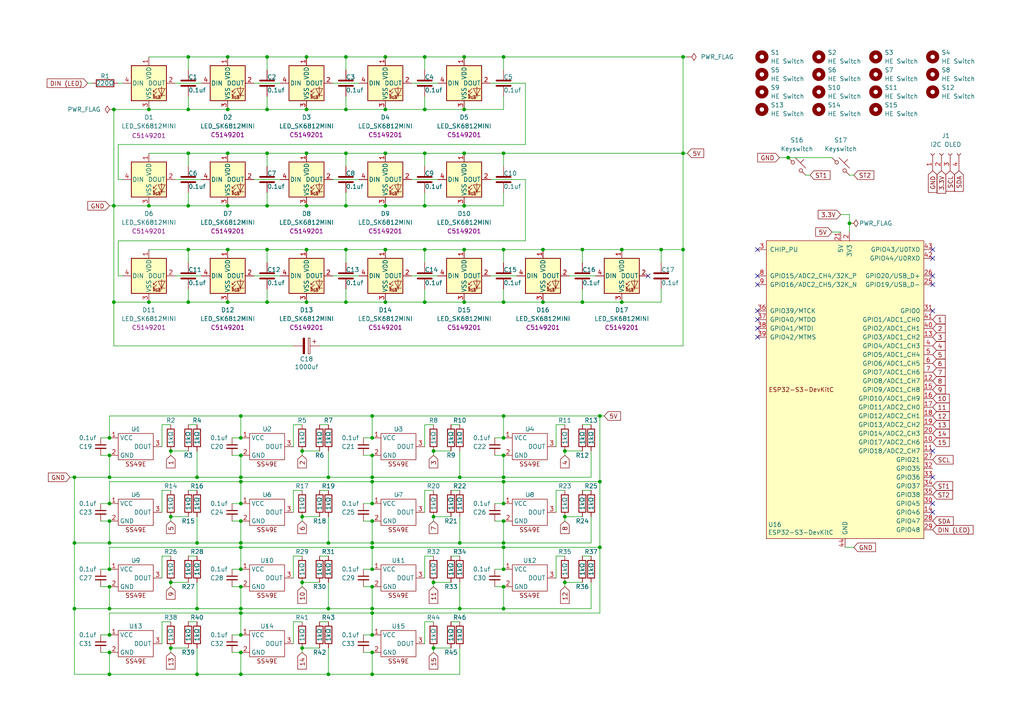
<source format=kicad_sch>
(kicad_sch (version 20250114) (generator "eeschema") (generator_version "9.0")
  (paper "A4")
  (title_block (title "ZYQ15 Hall Effect Keypad Schematic Diagram"))
  (junction (at 198.12 72.39))
  (junction (at 146.05 165.1))
  (junction (at 49.53 149.86))
  (junction (at 69.85 195.58))
  (junction (at 31.75 132.08))
  (junction (at 87.63 187.96))
  (junction (at 107.95 146.05))
  (junction (at 33.02 31.75))
  (junction (at 133.35 157.48))
  (junction (at 31.75 170.18))
  (junction (at 88.9 59.69))
  (junction (at 77.47 87.63))
  (junction (at 88.9 31.75))
  (junction (at 95.25 195.58))
  (junction (at 123.19 59.69))
  (junction (at 95.25 157.48))
  (junction (at 54.61 31.75))
  (junction (at 54.61 44.45))
  (junction (at 157.48 72.39))
  (junction (at 168.91 72.39))
  (junction (at 107.95 170.18))
  (junction (at 173.99 139.7))
  (junction (at 49.53 168.91))
  (junction (at 100.33 59.69))
  (junction (at 66.04 44.45))
  (junction (at 146.05 151.13))
  (junction (at 69.85 132.08))
  (junction (at 77.47 72.39))
  (junction (at 88.9 16.51))
  (junction (at 146.05 170.18))
  (junction (at 134.62 44.45))
  (junction (at 69.85 189.23))
  (junction (at 54.61 59.69))
  (junction (at 95.25 176.53))
  (junction (at 133.35 138.43))
  (junction (at 77.47 44.45))
  (junction (at 146.05 16.51))
  (junction (at 123.19 87.63))
  (junction (at 134.62 31.75))
  (junction (at 100.33 16.51))
  (junction (at 95.25 138.43))
  (junction (at 66.04 87.63))
  (junction (at 31.75 195.58))
  (junction (at 57.15 176.53))
  (junction (at 100.33 31.75))
  (junction (at 107.95 139.7))
  (junction (at 77.47 16.51))
  (junction (at 123.19 31.75))
  (junction (at 66.04 31.75))
  (junction (at 69.85 184.15))
  (junction (at 146.05 127))
  (junction (at 134.62 59.69))
  (junction (at 107.95 157.48))
  (junction (at 88.9 87.63))
  (junction (at 146.05 72.39))
  (junction (at 69.85 157.48))
  (junction (at 31.75 189.23))
  (junction (at 69.85 158.75))
  (junction (at 134.62 87.63))
  (junction (at 43.18 59.69))
  (junction (at 146.05 132.08))
  (junction (at 57.15 138.43))
  (junction (at 69.85 120.65))
  (junction (at 163.83 168.91))
  (junction (at 21.59 138.43))
  (junction (at 21.59 157.48))
  (junction (at 146.05 139.7))
  (junction (at 107.95 177.8))
  (junction (at 87.63 168.91))
  (junction (at 125.73 130.81))
  (junction (at 54.61 72.39))
  (junction (at 69.85 146.05))
  (junction (at 43.18 31.75))
  (junction (at 146.05 87.63))
  (junction (at 146.05 146.05))
  (junction (at 100.33 72.39))
  (junction (at 173.99 120.65))
  (junction (at 168.91 87.63))
  (junction (at 107.95 165.1))
  (junction (at 163.83 149.86))
  (junction (at 107.95 195.58))
  (junction (at 111.76 59.69))
  (junction (at 69.85 139.7))
  (junction (at 107.95 120.65))
  (junction (at 66.04 16.51))
  (junction (at 180.34 87.63))
  (junction (at 111.76 16.51))
  (junction (at 69.85 138.43))
  (junction (at 123.19 16.51))
  (junction (at 146.05 120.65))
  (junction (at 88.9 44.45))
  (junction (at 33.02 59.69))
  (junction (at 173.99 158.75))
  (junction (at 31.75 184.15))
  (junction (at 198.12 16.51))
  (junction (at 228.6 45.72))
  (junction (at 69.85 177.8))
  (junction (at 69.85 176.53))
  (junction (at 66.04 72.39))
  (junction (at 54.61 87.63))
  (junction (at 31.75 165.1))
  (junction (at 111.76 31.75))
  (junction (at 134.62 16.51))
  (junction (at 66.04 59.69))
  (junction (at 107.95 189.23))
  (junction (at 107.95 138.43))
  (junction (at 125.73 149.86))
  (junction (at 69.85 165.1))
  (junction (at 134.62 72.39))
  (junction (at 69.85 127))
  (junction (at 107.95 132.08))
  (junction (at 133.35 176.53))
  (junction (at 31.75 146.05))
  (junction (at 31.75 127))
  (junction (at 198.12 44.45))
  (junction (at 31.75 151.13))
  (junction (at 123.19 44.45))
  (junction (at 69.85 170.18))
  (junction (at 123.19 72.39))
  (junction (at 146.05 157.48))
  (junction (at 163.83 130.81))
  (junction (at 57.15 157.48))
  (junction (at 111.76 87.63))
  (junction (at 87.63 149.86))
  (junction (at 146.05 138.43))
  (junction (at 31.75 138.43))
  (junction (at 49.53 187.96))
  (junction (at 77.47 59.69))
  (junction (at 87.63 130.81))
  (junction (at 107.95 158.75))
  (junction (at 49.53 130.81))
  (junction (at 191.77 72.39))
  (junction (at 100.33 44.45))
  (junction (at 33.02 87.63))
  (junction (at 77.47 31.75))
  (junction (at 31.75 157.48))
  (junction (at 157.48 87.63))
  (junction (at 107.95 184.15))
  (junction (at 111.76 44.45))
  (junction (at 146.05 158.75))
  (junction (at 57.15 195.58))
  (junction (at 111.76 72.39))
  (junction (at 69.85 151.13))
  (junction (at 107.95 176.53))
  (junction (at 21.59 176.53))
  (junction (at 54.61 16.51))
  (junction (at 125.73 168.91))
  (junction (at 146.05 44.45))
  (junction (at 246.38 64.77))
  (junction (at 88.9 72.39))
  (junction (at 107.95 127))
  (junction (at 107.95 151.13))
  (junction (at 43.18 87.63))
  (junction (at 180.34 72.39))
  (junction (at 100.33 87.63))
  (junction (at 125.73 187.96))
  (junction (at 31.75 176.53))
  (junction (at 146.05 176.53))
  (no_connect (at 270.51 82.55))
  (no_connect (at 219.71 92.71))
  (no_connect (at 219.71 82.55))
  (no_connect (at 219.71 90.17))
  (no_connect (at 270.51 138.43))
  (no_connect (at 219.71 97.79))
  (no_connect (at 187.96 80.01))
  (no_connect (at 270.51 146.05))
  (no_connect (at 270.51 90.17))
  (no_connect (at 219.71 72.39))
  (no_connect (at 270.51 74.93))
  (no_connect (at 270.51 72.39))
  (no_connect (at 270.51 130.81))
  (no_connect (at 219.71 80.01))
  (no_connect (at 270.51 148.59))
  (no_connect (at 219.71 95.25))
  (no_connect (at 270.51 80.01))
  (wire (pts (xy 163.83 149.86) (xy 163.83 151.13)))
  (wire (pts (xy 123.19 59.69) (xy 134.62 59.69)))
  (wire (pts (xy 100.33 44.45) (xy 100.33 48.26)))
  (wire (pts (xy 66.04 44.45) (xy 77.47 44.45)))
  (wire (pts (xy 46.99 180.34) (xy 46.99 186.69)))
  (wire (pts (xy 143.51 146.05) (xy 146.05 146.05)))
  (wire (pts (xy 66.04 31.75) (xy 77.47 31.75)))
  (wire (pts (xy 142.24 80.01) (xy 149.86 80.01)))
  (wire (pts (xy 107.95 158.75) (xy 107.95 165.1)))
  (wire (pts (xy 69.85 195.58) (xy 95.25 195.58)))
  (wire (pts (xy 96.52 80.01) (xy 104.14 80.01)))
  (wire (pts (xy 107.95 170.18) (xy 107.95 176.53)))
  (wire (pts (xy 246.38 64.77) (xy 246.38 67.31)))
  (wire (pts (xy 57.15 176.53) (xy 69.85 176.53)))
  (wire (pts (xy 100.33 16.51) (xy 100.33 20.32)))
  (wire (pts (xy 130.81 142.24) (xy 133.35 142.24)))
  (wire (pts (xy 105.41 151.13) (xy 107.95 151.13)))
  (wire (pts (xy 111.76 16.51) (xy 123.19 16.51)))
  (wire (pts (xy 161.29 123.19) (xy 163.83 123.19)))
  (wire (pts (xy 85.09 180.34) (xy 85.09 186.69)))
  (wire (pts (xy 43.18 59.69) (xy 54.61 59.69)))
  (wire (pts (xy 29.21 165.1) (xy 31.75 165.1)))
  (wire (pts (xy 31.75 158.75) (xy 69.85 158.75)))
  (wire (pts (xy 33.02 100.33) (xy 33.02 87.63)))
  (wire (pts (xy 95.25 168.91) (xy 95.25 176.53)))
  (wire (pts (xy 134.62 72.39) (xy 146.05 72.39)))
  (wire (pts (xy 123.19 87.63) (xy 134.62 87.63)))
  (wire (pts (xy 92.71 123.19) (xy 95.25 123.19)))
  (wire (pts (xy 49.53 149.86) (xy 49.53 151.13)))
  (wire (pts (xy 67.31 127) (xy 69.85 127)))
  (wire (pts (xy 146.05 44.45) (xy 146.05 48.26)))
  (wire (pts (xy 107.95 139.7) (xy 107.95 146.05)))
  (wire (pts (xy 123.19 72.39) (xy 134.62 72.39)))
  (wire (pts (xy 33.02 59.69) (xy 33.02 87.63)))
  (wire (pts (xy 85.09 142.24) (xy 87.63 142.24)))
  (wire (pts (xy 69.85 139.7) (xy 69.85 146.05)))
  (wire (pts (xy 67.31 170.18) (xy 69.85 170.18)))
  (wire (pts (xy 69.85 170.18) (xy 69.85 176.53)))
  (wire (pts (xy 88.9 87.63) (xy 100.33 87.63)))
  (wire (pts (xy 31.75 195.58) (xy 57.15 195.58)))
  (wire (pts (xy 20.32 138.43) (xy 21.59 138.43)))
  (wire (pts (xy 191.77 83.82) (xy 191.77 87.63)))
  (wire (pts (xy 57.15 195.58) (xy 69.85 195.58)))
  (wire (pts (xy 119.38 24.13) (xy 127 24.13)))
  (wire (pts (xy 130.81 161.29) (xy 133.35 161.29)))
  (wire (pts (xy 146.05 176.53) (xy 171.45 176.53)))
  (wire (pts (xy 21.59 138.43) (xy 21.59 157.48)))
  (wire (pts (xy 123.19 161.29) (xy 123.19 167.64)))
  (wire (pts (xy 125.73 149.86) (xy 130.81 149.86)))
  (wire (pts (xy 34.29 80.01) (xy 35.56 80.01)))
  (wire (pts (xy 29.21 189.23) (xy 31.75 189.23)))
  (wire (pts (xy 123.19 55.88) (xy 123.19 59.69)))
  (wire (pts (xy 111.76 59.69) (xy 123.19 59.69)))
  (wire (pts (xy 123.19 123.19) (xy 123.19 129.54)))
  (wire (pts (xy 31.75 127) (xy 31.75 120.65)))
  (wire (pts (xy 105.41 165.1) (xy 107.95 165.1)))
  (wire (pts (xy 66.04 59.69) (xy 77.47 59.69)))
  (wire (pts (xy 69.85 189.23) (xy 69.85 195.58)))
  (wire (pts (xy 77.47 72.39) (xy 88.9 72.39)))
  (wire (pts (xy 85.09 100.33) (xy 33.02 100.33)))
  (wire (pts (xy 67.31 184.15) (xy 69.85 184.15)))
  (wire (pts (xy 173.99 120.65) (xy 173.99 139.7)))
  (wire (pts (xy 173.99 139.7) (xy 173.99 158.75)))
  (wire (pts (xy 54.61 123.19) (xy 57.15 123.19)))
  (wire (pts (xy 49.53 187.96) (xy 54.61 187.96)))
  (wire (pts (xy 134.62 44.45) (xy 146.05 44.45)))
  (wire (pts (xy 161.29 142.24) (xy 161.29 148.59)))
  (wire (pts (xy 125.73 149.86) (xy 125.73 151.13)))
  (wire (pts (xy 88.9 72.39) (xy 100.33 72.39)))
  (wire (pts (xy 146.05 59.69) (xy 134.62 59.69)))
  (wire (pts (xy 50.8 52.07) (xy 58.42 52.07)))
  (wire (pts (xy 54.61 27.94) (xy 54.61 31.75)))
  (wire (pts (xy 85.09 142.24) (xy 85.09 148.59)))
  (wire (pts (xy 95.25 138.43) (xy 107.95 138.43)))
  (wire (pts (xy 246.38 62.23) (xy 246.38 64.77)))
  (wire (pts (xy 77.47 44.45) (xy 88.9 44.45)))
  (wire (pts (xy 46.99 123.19) (xy 46.99 129.54)))
  (wire (pts (xy 146.05 176.53) (xy 146.05 170.18)))
  (wire (pts (xy 31.75 146.05) (xy 31.75 139.7)))
  (wire (pts (xy 29.21 170.18) (xy 31.75 170.18)))
  (wire (pts (xy 171.45 130.81) (xy 171.45 138.43)))
  (wire (pts (xy 107.95 177.8) (xy 107.95 184.15)))
  (wire (pts (xy 95.25 149.86) (xy 95.25 157.48)))
  (wire (pts (xy 46.99 142.24) (xy 49.53 142.24)))
  (wire (pts (xy 31.75 138.43) (xy 57.15 138.43)))
  (wire (pts (xy 87.63 149.86) (xy 92.71 149.86)))
  (wire (pts (xy 180.34 72.39) (xy 168.91 72.39)))
  (wire (pts (xy 146.05 31.75) (xy 134.62 31.75)))
  (wire (pts (xy 88.9 59.69) (xy 100.33 59.69)))
  (wire (pts (xy 133.35 138.43) (xy 146.05 138.43)))
  (wire (pts (xy 199.39 44.45) (xy 198.12 44.45)))
  (wire (pts (xy 100.33 59.69) (xy 111.76 59.69)))
  (wire (pts (xy 123.19 83.82) (xy 123.19 87.63)))
  (wire (pts (xy 111.76 31.75) (xy 123.19 31.75)))
  (wire (pts (xy 125.73 130.81) (xy 125.73 132.08)))
  (wire (pts (xy 143.51 127) (xy 146.05 127)))
  (wire (pts (xy 31.75 176.53) (xy 57.15 176.53)))
  (wire (pts (xy 123.19 142.24) (xy 125.73 142.24)))
  (wire (pts (xy 73.66 24.13) (xy 81.28 24.13)))
  (wire (pts (xy 146.05 157.48) (xy 171.45 157.48)))
  (wire (pts (xy 133.35 168.91) (xy 133.35 176.53)))
  (wire (pts (xy 46.99 180.34) (xy 49.53 180.34)))
  (wire (pts (xy 69.85 151.13) (xy 69.85 157.48)))
  (wire (pts (xy 54.61 59.69) (xy 66.04 59.69)))
  (wire (pts (xy 152.4 52.07) (xy 152.4 69.85)))
  (wire (pts (xy 73.66 80.01) (xy 81.28 80.01)))
  (wire (pts (xy 69.85 176.53) (xy 95.25 176.53)))
  (wire (pts (xy 168.91 161.29) (xy 171.45 161.29)))
  (wire (pts (xy 67.31 146.05) (xy 69.85 146.05)))
  (wire (pts (xy 105.41 170.18) (xy 107.95 170.18)))
  (wire (pts (xy 85.09 161.29) (xy 85.09 167.64)))
  (wire (pts (xy 143.51 151.13) (xy 146.05 151.13)))
  (wire (pts (xy 21.59 176.53) (xy 21.59 195.58)))
  (wire (pts (xy 88.9 31.75) (xy 100.33 31.75)))
  (wire (pts (xy 125.73 168.91) (xy 130.81 168.91)))
  (wire (pts (xy 146.05 120.65) (xy 146.05 127)))
  (wire (pts (xy 77.47 44.45) (xy 77.47 48.26)))
  (wire (pts (xy 54.61 161.29) (xy 57.15 161.29)))
  (wire (pts (xy 133.35 149.86) (xy 133.35 157.48)))
  (wire (pts (xy 146.05 138.43) (xy 146.05 132.08)))
  (wire (pts (xy 46.99 123.19) (xy 49.53 123.19)))
  (wire (pts (xy 21.59 157.48) (xy 21.59 176.53)))
  (wire (pts (xy 87.63 187.96) (xy 87.63 189.23)))
  (wire (pts (xy 163.83 130.81) (xy 168.91 130.81)))
  (wire (pts (xy 54.61 16.51) (xy 66.04 16.51)))
  (wire (pts (xy 146.05 72.39) (xy 157.48 72.39)))
  (wire (pts (xy 87.63 168.91) (xy 87.63 170.18)))
  (wire (pts (xy 57.15 157.48) (xy 69.85 157.48)))
  (wire (pts (xy 31.75 170.18) (xy 31.75 176.53)))
  (wire (pts (xy 57.15 138.43) (xy 69.85 138.43)))
  (wire (pts (xy 25.4 24.13) (xy 26.67 24.13)))
  (wire (pts (xy 100.33 83.82) (xy 100.33 87.63)))
  (wire (pts (xy 29.21 132.08) (xy 31.75 132.08)))
  (wire (pts (xy 33.02 59.69) (xy 43.18 59.69)))
  (wire (pts (xy 29.21 184.15) (xy 31.75 184.15)))
  (wire (pts (xy 163.83 168.91) (xy 163.83 170.18)))
  (wire (pts (xy 123.19 16.51) (xy 123.19 20.32)))
  (wire (pts (xy 57.15 168.91) (xy 57.15 176.53)))
  (wire (pts (xy 161.29 142.24) (xy 163.83 142.24)))
  (wire (pts (xy 146.05 87.63) (xy 146.05 83.82)))
  (wire (pts (xy 100.33 16.51) (xy 111.76 16.51)))
  (wire (pts (xy 146.05 16.51) (xy 198.12 16.51)))
  (wire (pts (xy 85.09 161.29) (xy 87.63 161.29)))
  (wire (pts (xy 67.31 151.13) (xy 69.85 151.13)))
  (wire (pts (xy 100.33 72.39) (xy 111.76 72.39)))
  (wire (pts (xy 54.61 31.75) (xy 66.04 31.75)))
  (wire (pts (xy 69.85 158.75) (xy 69.85 165.1)))
  (wire (pts (xy 66.04 87.63) (xy 77.47 87.63)))
  (wire (pts (xy 49.53 187.96) (xy 49.53 189.23)))
  (wire (pts (xy 31.75 132.08) (xy 31.75 138.43)))
  (wire (pts (xy 123.19 44.45) (xy 134.62 44.45)))
  (wire (pts (xy 143.51 165.1) (xy 146.05 165.1)))
  (wire (pts (xy 31.75 177.8) (xy 69.85 177.8)))
  (wire (pts (xy 54.61 44.45) (xy 66.04 44.45)))
  (wire (pts (xy 57.15 149.86) (xy 57.15 157.48)))
  (wire (pts (xy 31.75 138.43) (xy 21.59 138.43)))
  (wire (pts (xy 69.85 157.48) (xy 95.25 157.48)))
  (wire (pts (xy 87.63 149.86) (xy 87.63 151.13)))
  (wire (pts (xy 69.85 120.65) (xy 69.85 127)))
  (wire (pts (xy 33.02 87.63) (xy 43.18 87.63)))
  (wire (pts (xy 77.47 83.82) (xy 77.47 87.63)))
  (wire (pts (xy 152.4 52.07) (xy 142.24 52.07)))
  (wire (pts (xy 247.65 50.8) (xy 246.38 50.8)))
  (wire (pts (xy 241.3 67.31) (xy 243.84 67.31)))
  (wire (pts (xy 119.38 80.01) (xy 127 80.01)))
  (wire (pts (xy 107.95 189.23) (xy 107.95 195.58)))
  (wire (pts (xy 95.25 157.48) (xy 107.95 157.48)))
  (wire (pts (xy 125.73 187.96) (xy 125.73 189.23)))
  (wire (pts (xy 123.19 123.19) (xy 125.73 123.19)))
  (wire (pts (xy 69.85 177.8) (xy 69.85 184.15)))
  (wire (pts (xy 87.63 130.81) (xy 92.71 130.81)))
  (wire (pts (xy 133.35 157.48) (xy 146.05 157.48)))
  (wire (pts (xy 67.31 189.23) (xy 69.85 189.23)))
  (wire (pts (xy 95.25 176.53) (xy 107.95 176.53)))
  (wire (pts (xy 111.76 44.45) (xy 123.19 44.45)))
  (wire (pts (xy 180.34 72.39) (xy 191.77 72.39)))
  (wire (pts (xy 171.45 149.86) (xy 171.45 157.48)))
  (wire (pts (xy 31.75 59.69) (xy 33.02 59.69)))
  (wire (pts (xy 134.62 16.51) (xy 146.05 16.51)))
  (wire (pts (xy 123.19 16.51) (xy 134.62 16.51)))
  (wire (pts (xy 29.21 151.13) (xy 31.75 151.13)))
  (wire (pts (xy 50.8 24.13) (xy 58.42 24.13)))
  (wire (pts (xy 77.47 87.63) (xy 88.9 87.63)))
  (wire (pts (xy 54.61 180.34) (xy 57.15 180.34)))
  (wire (pts (xy 107.95 132.08) (xy 107.95 138.43)))
  (wire (pts (xy 107.95 157.48) (xy 133.35 157.48)))
  (wire (pts (xy 105.41 132.08) (xy 107.95 132.08)))
  (wire (pts (xy 107.95 158.75) (xy 146.05 158.75)))
  (wire (pts (xy 87.63 187.96) (xy 92.71 187.96)))
  (wire (pts (xy 46.99 161.29) (xy 46.99 167.64)))
  (wire (pts (xy 123.19 161.29) (xy 125.73 161.29)))
  (wire (pts (xy 31.75 165.1) (xy 31.75 158.75)))
  (wire (pts (xy 243.84 62.23) (xy 246.38 62.23)))
  (wire (pts (xy 146.05 157.48) (xy 146.05 151.13)))
  (wire (pts (xy 146.05 87.63) (xy 157.48 87.63)))
  (wire (pts (xy 46.99 161.29) (xy 49.53 161.29)))
  (wire (pts (xy 146.05 16.51) (xy 146.05 20.32)))
  (wire (pts (xy 87.63 168.91) (xy 92.71 168.91)))
  (wire (pts (xy 21.59 195.58) (xy 31.75 195.58)))
  (wire (pts (xy 31.75 189.23) (xy 31.75 195.58)))
  (wire (pts (xy 95.25 130.81) (xy 95.25 138.43)))
  (wire (pts (xy 173.99 177.8) (xy 107.95 177.8)))
  (wire (pts (xy 105.41 189.23) (xy 107.95 189.23)))
  (wire (pts (xy 100.33 27.94) (xy 100.33 31.75)))
  (wire (pts (xy 111.76 87.63) (xy 123.19 87.63)))
  (wire (pts (xy 146.05 138.43) (xy 171.45 138.43)))
  (wire (pts (xy 119.38 52.07) (xy 127 52.07)))
  (wire (pts (xy 107.95 176.53) (xy 133.35 176.53)))
  (wire (pts (xy 34.29 41.91) (xy 152.4 41.91)))
  (wire (pts (xy 168.91 83.82) (xy 168.91 87.63)))
  (wire (pts (xy 54.61 16.51) (xy 54.61 20.32)))
  (wire (pts (xy 234.95 50.8) (xy 233.68 50.8)))
  (wire (pts (xy 146.05 158.75) (xy 146.05 165.1)))
  (wire (pts (xy 146.05 120.65) (xy 173.99 120.65)))
  (wire (pts (xy 73.66 52.07) (xy 81.28 52.07)))
  (wire (pts (xy 143.51 132.08) (xy 146.05 132.08)))
  (wire (pts (xy 105.41 127) (xy 107.95 127)))
  (wire (pts (xy 163.83 130.81) (xy 163.83 132.08)))
  (wire (pts (xy 69.85 139.7) (xy 107.95 139.7)))
  (wire (pts (xy 54.61 87.63) (xy 66.04 87.63)))
  (wire (pts (xy 92.71 100.33) (xy 198.12 100.33)))
  (wire (pts (xy 107.95 138.43) (xy 133.35 138.43)))
  (wire (pts (xy 77.47 16.51) (xy 88.9 16.51)))
  (wire (pts (xy 43.18 31.75) (xy 54.61 31.75)))
  (wire (pts (xy 21.59 157.48) (xy 31.75 157.48)))
  (wire (pts (xy 111.76 72.39) (xy 123.19 72.39)))
  (wire (pts (xy 77.47 59.69) (xy 88.9 59.69)))
  (wire (pts (xy 123.19 180.34) (xy 123.19 186.69)))
  (wire (pts (xy 31.75 139.7) (xy 69.85 139.7)))
  (wire (pts (xy 49.53 149.86) (xy 54.61 149.86)))
  (wire (pts (xy 146.05 139.7) (xy 146.05 146.05)))
  (wire (pts (xy 123.19 180.34) (xy 125.73 180.34)))
  (wire (pts (xy 173.99 158.75) (xy 146.05 158.75)))
  (wire (pts (xy 43.18 16.51) (xy 54.61 16.51)))
  (wire (pts (xy 107.95 120.65) (xy 146.05 120.65)))
  (wire (pts (xy 85.09 180.34) (xy 87.63 180.34)))
  (wire (pts (xy 146.05 27.94) (xy 146.05 31.75)))
  (wire (pts (xy 105.41 184.15) (xy 107.95 184.15)))
  (wire (pts (xy 88.9 44.45) (xy 100.33 44.45)))
  (wire (pts (xy 34.29 41.91) (xy 34.29 52.07)))
  (wire (pts (xy 33.02 31.75) (xy 43.18 31.75)))
  (wire (pts (xy 198.12 72.39) (xy 191.77 72.39)))
  (wire (pts (xy 163.83 149.86) (xy 168.91 149.86)))
  (wire (pts (xy 157.48 72.39) (xy 168.91 72.39)))
  (wire (pts (xy 199.39 16.51) (xy 198.12 16.51)))
  (wire (pts (xy 85.09 123.19) (xy 87.63 123.19)))
  (wire (pts (xy 34.29 52.07) (xy 35.56 52.07)))
  (wire (pts (xy 54.61 142.24) (xy 57.15 142.24)))
  (wire (pts (xy 95.25 195.58) (xy 107.95 195.58)))
  (wire (pts (xy 191.77 72.39) (xy 191.77 76.2)))
  (wire (pts (xy 92.71 161.29) (xy 95.25 161.29)))
  (wire (pts (xy 54.61 72.39) (xy 54.61 76.2)))
  (wire (pts (xy 161.29 161.29) (xy 161.29 167.64)))
  (wire (pts (xy 95.25 187.96) (xy 95.25 195.58)))
  (wire (pts (xy 69.85 158.75) (xy 107.95 158.75)))
  (wire (pts (xy 87.63 130.81) (xy 87.63 132.08)))
  (wire (pts (xy 49.53 130.81) (xy 49.53 132.08)))
  (wire (pts (xy 107.95 151.13) (xy 107.95 157.48)))
  (wire (pts (xy 152.4 24.13) (xy 152.4 41.91)))
  (wire (pts (xy 247.65 158.75) (xy 245.11 158.75)))
  (wire (pts (xy 123.19 27.94) (xy 123.19 31.75)))
  (wire (pts (xy 34.29 69.85) (xy 34.29 80.01)))
  (wire (pts (xy 168.91 72.39) (xy 168.91 76.2)))
  (wire (pts (xy 29.21 127) (xy 31.75 127)))
  (wire (pts (xy 123.19 48.26) (xy 123.19 44.45)))
  (wire (pts (xy 69.85 177.8) (xy 107.95 177.8)))
  (wire (pts (xy 168.91 123.19) (xy 171.45 123.19)))
  (wire (pts (xy 143.51 170.18) (xy 146.05 170.18)))
  (wire (pts (xy 29.21 146.05) (xy 31.75 146.05)))
  (wire (pts (xy 198.12 72.39) (xy 198.12 44.45)))
  (wire (pts (xy 157.48 87.63) (xy 168.91 87.63)))
  (wire (pts (xy 133.35 130.81) (xy 133.35 138.43)))
  (wire (pts (xy 100.33 87.63) (xy 111.76 87.63)))
  (wire (pts (xy 130.81 180.34) (xy 133.35 180.34)))
  (wire (pts (xy 77.47 55.88) (xy 77.47 59.69)))
  (wire (pts (xy 123.19 72.39) (xy 123.19 76.2)))
  (wire (pts (xy 123.19 142.24) (xy 123.19 148.59)))
  (wire (pts (xy 67.31 132.08) (xy 69.85 132.08)))
  (wire (pts (xy 100.33 72.39) (xy 100.33 76.2)))
  (wire (pts (xy 96.52 24.13) (xy 104.14 24.13)))
  (wire (pts (xy 54.61 72.39) (xy 66.04 72.39)))
  (wire (pts (xy 146.05 44.45) (xy 198.12 44.45)))
  (wire (pts (xy 43.18 87.63) (xy 54.61 87.63)))
  (wire (pts (xy 105.41 146.05) (xy 107.95 146.05)))
  (wire (pts (xy 173.99 120.65) (xy 175.26 120.65)))
  (wire (pts (xy 77.47 16.51) (xy 77.47 20.32)))
  (wire (pts (xy 161.29 161.29) (xy 163.83 161.29)))
  (wire (pts (xy 31.75 157.48) (xy 57.15 157.48)))
  (wire (pts (xy 168.91 142.24) (xy 171.45 142.24)))
  (wire (pts (xy 165.1 80.01) (xy 172.72 80.01)))
  (wire (pts (xy 43.18 72.39) (xy 54.61 72.39)))
  (wire (pts (xy 125.73 130.81) (xy 130.81 130.81)))
  (wire (pts (xy 54.61 44.45) (xy 54.61 48.26)))
  (wire (pts (xy 49.53 168.91) (xy 49.53 170.18)))
  (wire (pts (xy 66.04 72.39) (xy 77.47 72.39)))
  (wire (pts (xy 77.47 72.39) (xy 77.47 76.2)))
  (wire (pts (xy 49.53 168.91) (xy 54.61 168.91)))
  (wire (pts (xy 100.33 44.45) (xy 111.76 44.45)))
  (wire (pts (xy 125.73 187.96) (xy 130.81 187.96)))
  (wire (pts (xy 134.62 87.63) (xy 146.05 87.63)))
  (wire (pts (xy 228.6 45.72) (xy 241.3 45.72)))
  (wire (pts (xy 146.05 72.39) (xy 146.05 76.2)))
  (wire (pts (xy 92.71 142.24) (xy 95.25 142.24)))
  (wire (pts (xy 57.15 130.81) (xy 57.15 138.43)))
  (wire (pts (xy 100.33 31.75) (xy 111.76 31.75)))
  (wire (pts (xy 21.59 176.53) (xy 31.75 176.53)))
  (wire (pts (xy 57.15 187.96) (xy 57.15 195.58)))
  (wire (pts (xy 31.75 184.15) (xy 31.75 177.8)))
  (wire (pts (xy 123.19 31.75) (xy 134.62 31.75)))
  (wire (pts (xy 54.61 55.88) (xy 54.61 59.69)))
  (wire (pts (xy 125.73 168.91) (xy 125.73 170.18)))
  (wire (pts (xy 226.06 45.72) (xy 228.6 45.72)))
  (wire (pts (xy 92.71 180.34) (xy 95.25 180.34)))
  (wire (pts (xy 130.81 123.19) (xy 133.35 123.19)))
  (wire (pts (xy 173.99 158.75) (xy 173.99 177.8)))
  (wire (pts (xy 46.99 142.24) (xy 46.99 148.59)))
  (wire (pts (xy 133.35 176.53) (xy 146.05 176.53)))
  (wire (pts (xy 152.4 24.13) (xy 142.24 24.13)))
  (wire (pts (xy 34.29 69.85) (xy 152.4 69.85)))
  (wire (pts (xy 49.53 130.81) (xy 54.61 130.81)))
  (wire (pts (xy 50.8 80.01) (xy 58.42 80.01)))
  (wire (pts (xy 69.85 138.43) (xy 95.25 138.43)))
  (wire (pts (xy 161.29 123.19) (xy 161.29 129.54)))
  (wire (pts (xy 107.95 120.65) (xy 107.95 127)))
  (wire (pts (xy 85.09 123.19) (xy 85.09 129.54)))
  (wire (pts (xy 96.52 52.07) (xy 104.14 52.07)))
  (wire (pts (xy 66.04 16.51) (xy 77.47 16.51)))
  (wire (pts (xy 146.05 55.88) (xy 146.05 59.69)))
  (wire (pts (xy 133.35 187.96) (xy 133.35 195.58)))
  (wire (pts (xy 173.99 139.7) (xy 146.05 139.7)))
  (wire (pts (xy 163.83 168.91) (xy 168.91 168.91)))
  (wire (pts (xy 43.18 44.45) (xy 54.61 44.45)))
  (wire (pts (xy 69.85 120.65) (xy 107.95 120.65)))
  (wire (pts (xy 69.85 132.08) (xy 69.85 138.43)))
  (wire (pts (xy 31.75 120.65) (xy 69.85 120.65)))
  (wire (pts (xy 171.45 168.91) (xy 171.45 176.53)))
  (wire (pts (xy 31.75 151.13) (xy 31.75 157.48)))
  (wire (pts (xy 88.9 16.51) (xy 100.33 16.51)))
  (wire (pts (xy 168.91 87.63) (xy 180.34 87.63)))
  (wire (pts (xy 77.47 27.94) (xy 77.47 31.75)))
  (wire (pts (xy 77.47 31.75) (xy 88.9 31.75)))
  (wire (pts (xy 54.61 83.82) (xy 54.61 87.63)))
  (wire (pts (xy 191.77 87.63) (xy 180.34 87.63)))
  (wire (pts (xy 33.02 31.75) (xy 33.02 59.69)))
  (wire (pts (xy 34.29 24.13) (xy 35.56 24.13)))
  (wire (pts (xy 67.31 165.1) (xy 69.85 165.1)))
  (wire (pts (xy 100.33 55.88) (xy 100.33 59.69)))
  (wire (pts (xy 107.95 139.7) (xy 146.05 139.7)))
  (wire (pts (xy 107.95 195.58) (xy 133.35 195.58)))
  (wire (pts (xy 198.12 72.39) (xy 198.12 100.33)))
  (wire (pts (xy 198.12 16.51) (xy 198.12 44.45)))
  (global_label "14" (shape input) (at 270.51 125.73 0) (property "Intersheetrefs" "${INTERSHEET_REFS}" (effects (hide yes))))
  (global_label "9" (shape input) (at 270.51 113.03 0) (property "Intersheetrefs" "${INTERSHEET_REFS}" (effects (hide yes))))
  (global_label "5" (shape input) (at 49.53 151.13 270) (property "Intersheetrefs" "${INTERSHEET_REFS}" (effects (hide yes))))
  (global_label "SCL" (shape input) (at 275.59 49.53 270) (property "Intersheetrefs" "${INTERSHEET_REFS}" (effects (hide yes))))
  (global_label "3.3V" (shape input) (at 243.84 62.23 180) (property "Intersheetrefs" "${INTERSHEET_REFS}" (effects (hide yes))))
  (global_label "ST2" (shape input) (at 247.65 50.8 0) (property "Intersheetrefs" "${INTERSHEET_REFS}" (effects (hide yes))))
  (global_label "5V" (shape input) (at 199.39 44.45 0) (property "Intersheetrefs" "${INTERSHEET_REFS}" (effects (hide yes))))
  (global_label "ST1" (shape input) (at 234.95 50.8 0) (property "Intersheetrefs" "${INTERSHEET_REFS}" (effects (hide yes))))
  (global_label "10" (shape input) (at 270.51 115.57 0) (property "Intersheetrefs" "${INTERSHEET_REFS}" (effects (hide yes))))
  (global_label "GND" (shape input) (at 247.65 158.75 0) (property "Intersheetrefs" "${INTERSHEET_REFS}" (effects (hide yes))))
  (global_label "15" (shape input) (at 270.51 128.27 0) (property "Intersheetrefs" "${INTERSHEET_REFS}" (effects (hide yes))))
  (global_label "DIN (LED)" (shape input) (at 270.51 153.67 0) (property "Intersheetrefs" "${INTERSHEET_REFS}" (effects (hide yes))))
  (global_label "5" (shape input) (at 270.51 102.87 0) (property "Intersheetrefs" "${INTERSHEET_REFS}" (effects (hide yes))))
  (global_label "3.3V" (shape input) (at 273.05 49.53 270) (property "Intersheetrefs" "${INTERSHEET_REFS}" (effects (hide yes))))
  (global_label "8" (shape input) (at 270.51 110.49 0) (property "Intersheetrefs" "${INTERSHEET_REFS}" (effects (hide yes))))
  (global_label "7" (shape input) (at 125.73 151.13 270) (property "Intersheetrefs" "${INTERSHEET_REFS}" (effects (hide yes))))
  (global_label "11" (shape input) (at 270.51 118.11 0) (property "Intersheetrefs" "${INTERSHEET_REFS}" (effects (hide yes))))
  (global_label "1" (shape input) (at 49.53 132.08 270) (property "Intersheetrefs" "${INTERSHEET_REFS}" (effects (hide yes))))
  (global_label "GND" (shape input) (at 20.32 138.43 180) (property "Intersheetrefs" "${INTERSHEET_REFS}" (effects (hide yes))))
  (global_label "SCL" (shape input) (at 270.51 133.35 0) (property "Intersheetrefs" "${INTERSHEET_REFS}" (effects (hide yes))))
  (global_label "3" (shape input) (at 125.73 132.08 270) (property "Intersheetrefs" "${INTERSHEET_REFS}" (effects (hide yes))))
  (global_label "3" (shape input) (at 270.51 97.79 0) (property "Intersheetrefs" "${INTERSHEET_REFS}" (effects (hide yes))))
  (global_label "2" (shape input) (at 87.63 132.08 270) (property "Intersheetrefs" "${INTERSHEET_REFS}" (effects (hide yes))))
  (global_label "13" (shape input) (at 49.53 189.23 270) (property "Intersheetrefs" "${INTERSHEET_REFS}" (effects (hide yes))))
  (global_label "2" (shape input) (at 270.51 95.25 0) (property "Intersheetrefs" "${INTERSHEET_REFS}" (effects (hide yes))))
  (global_label "4" (shape input) (at 163.83 132.08 270) (property "Intersheetrefs" "${INTERSHEET_REFS}" (effects (hide yes))))
  (global_label "13" (shape input) (at 270.51 123.19 0) (property "Intersheetrefs" "${INTERSHEET_REFS}" (effects (hide yes))))
  (global_label "DIN (LED)" (shape input) (at 25.4 24.13 180) (property "Intersheetrefs" "${INTERSHEET_REFS}" (effects (hide yes))))
  (global_label "GND" (shape input) (at 270.51 49.53 270) (property "Intersheetrefs" "${INTERSHEET_REFS}" (effects (hide yes))))
  (global_label "9" (shape input) (at 49.53 170.18 270) (property "Intersheetrefs" "${INTERSHEET_REFS}" (effects (hide yes))))
  (global_label "SDA" (shape input) (at 270.51 151.13 0) (property "Intersheetrefs" "${INTERSHEET_REFS}" (effects (hide yes))))
  (global_label "ST2" (shape input) (at 270.51 143.51 0) (property "Intersheetrefs" "${INTERSHEET_REFS}" (effects (hide yes))))
  (global_label "6" (shape input) (at 87.63 151.13 270) (property "Intersheetrefs" "${INTERSHEET_REFS}" (effects (hide yes))))
  (global_label "14" (shape input) (at 87.63 189.23 270) (property "Intersheetrefs" "${INTERSHEET_REFS}" (effects (hide yes))))
  (global_label "GND" (shape input) (at 226.06 45.72 180) (property "Intersheetrefs" "${INTERSHEET_REFS}" (effects (hide yes))))
  (global_label "8" (shape input) (at 163.83 151.13 270) (property "Intersheetrefs" "${INTERSHEET_REFS}" (effects (hide yes))))
  (global_label "11" (shape input) (at 125.73 170.18 270) (property "Intersheetrefs" "${INTERSHEET_REFS}" (effects (hide yes))))
  (global_label "4" (shape input) (at 270.51 100.33 0) (property "Intersheetrefs" "${INTERSHEET_REFS}" (effects (hide yes))))
  (global_label "15" (shape input) (at 125.73 189.23 270) (property "Intersheetrefs" "${INTERSHEET_REFS}" (effects (hide yes))))
  (global_label "12" (shape input) (at 163.83 170.18 270) (property "Intersheetrefs" "${INTERSHEET_REFS}" (effects (hide yes))))
  (global_label "1" (shape input) (at 270.51 92.71 0) (property "Intersheetrefs" "${INTERSHEET_REFS}" (effects (hide yes))))
  (global_label "10" (shape input) (at 87.63 170.18 270) (property "Intersheetrefs" "${INTERSHEET_REFS}" (effects (hide yes))))
  (global_label "ST1" (shape input) (at 270.51 140.97 0) (property "Intersheetrefs" "${INTERSHEET_REFS}" (effects (hide yes))))
  (global_label "GND" (shape input) (at 31.75 59.69 180) (property "Intersheetrefs" "${INTERSHEET_REFS}" (effects (hide yes))))
  (global_label "12" (shape input) (at 270.51 120.65 0) (property "Intersheetrefs" "${INTERSHEET_REFS}" (effects (hide yes))))
  (global_label "7" (shape input) (at 270.51 107.95 0) (property "Intersheetrefs" "${INTERSHEET_REFS}" (effects (hide yes))))
  (global_label "5V" (shape input) (at 175.26 120.65 0) (property "Intersheetrefs" "${INTERSHEET_REFS}" (effects (hide yes))))
  (global_label "SDA" (shape input) (at 278.13 49.53 270) (property "Intersheetrefs" "${INTERSHEET_REFS}" (effects (hide yes))))
  (global_label "6" (shape input) (at 270.51 105.41 0) (property "Intersheetrefs" "${INTERSHEET_REFS}" (effects (hide yes))))
  (global_label "5V" (shape input) (at 241.3 67.31 180) (property "Intersheetrefs" "${INTERSHEET_REFS}" (effects (hide yes))))
  (symbol (lib_id "Sensor_Magnetic:SS49E") (at 110.49 133.35 0) (unit 1)
    (property "Reference" "U3" (at 115.57 124.46 0))
    (property "Value" "~" (at 115.57 124.46 0))
    (property "Footprint" "Sensor_Magnetic:SS49E_Back" (effects (hide yes)))
  )
  (symbol (lib_id "Mechanical:MountingHole") (at 220.98 31.75 0) (unit 1) (exclude_from_sim yes) (in_bom no)
    (property "Reference" "S13" (at 223.52 30.48 0) (effects (justify left)))
    (property "Value" "HE Switch" (at 223.52 33.02 0) (effects (justify left)))
    (property "Footprint" "ScottoKeebs_MX:MX_HE_PCB_1.25u" (effects (hide yes)))
    (property "Description" "Mounting Hole without connection" (effects (hide yes)))
  )
  (symbol (lib_id "ScottoKeebs:Placeholder_Resistor") (at 133.35 184.15 90) (unit 1)
    (property "Reference" "R46" (at 133.35 179.07 90))
    (property "Value" "1kΩ" (at 133.35 184.15 0))
    (property "Footprint" "Resistor_SMD:R_1206_3216Metric_Pad1.30x1.75mm_HandSolder_BACK" (effects (hide yes)))
    (property "Description" "Resistor" (effects (hide yes)))
  )
  (symbol (lib_id "ScottoKeebs:Placeholder_Resistor") (at 87.63 184.15 90) (unit 1)
    (property "Reference" "R41" (at 87.63 179.07 90))
    (property "Value" "1kΩ" (at 87.63 184.15 0))
    (property "Footprint" "Resistor_SMD:R_1206_3216Metric_Pad1.30x1.75mm_HandSolder_BACK" (effects (hide yes)))
    (property "Description" "Resistor" (effects (hide yes)))
  )
  (symbol (lib_id "ScottoKeebs:Placeholder_Resistor") (at 95.25 146.05 90) (unit 1)
    (property "Reference" "R19" (at 95.25 140.97 90))
    (property "Value" "1kΩ" (at 95.25 146.05 0))
    (property "Footprint" "Resistor_SMD:R_1206_3216Metric_Pad1.30x1.75mm_HandSolder_BACK" (effects (hide yes)))
    (property "Description" "Resistor" (effects (hide yes)))
  )
  (symbol (lib_id "ScottoKeebs:Placeholder_Resistor") (at 54.61 146.05 90) (unit 1)
    (property "Reference" "R15" (at 54.61 151.13 90))
    (property "Value" "1kΩ" (at 54.61 146.05 0))
    (property "Footprint" "Resistor_SMD:R_1206_3216Metric_Pad1.30x1.75mm_HandSolder_BACK" (effects (hide yes)))
    (property "Description" "Resistor" (effects (hide yes)))
  )
  (symbol (lib_id "ScottoKeebs:LED_SK6812MINI") (at 134.62 80.01 0) (unit 1)
    (property "Reference" "D15" (at 134.62 89.916 0))
    (property "Value" "LED_SK6812MINI" (at 134.62 92.456 0))
    (property "Footprint" "ScottoKeebs_Components:LED_SK6812MINI" (effects (hide yes)))
    (property "Datasheet" "https://cdn-shop.adafruit.com/product-files/2686/SK6812MINI_REV.01-1-2.pdf" (effects (hide yes)))
    (property "Description" "RGB LED with integrated controller" (effects (hide yes)))
    (property "LCSC" "C5149201" (at 134.62 94.996 0))
  )
  (symbol (lib_id "ScottoKeebs:Placeholder_Keyswitch") (at 231.14 48.26 0) (unit 1)
    (property "Reference" "S16" (at 231.14 40.64 0))
    (property "Value" "Keyswitch" (at 231.14 43.18 0))
    (property "Footprint" "ScottoKeebs_Hotswap:Hotswap_MX_1.00u" (effects (hide yes)))
    (property "Description" "Push button switch, normally open, two pins, 45° tilted" (effects (hide yes)))
  )
  (symbol (lib_id "ScottoKeebs:LED_SK6812MINI") (at 111.76 52.07 0) (unit 1)
    (property "Reference" "D9" (at 111.76 61.976 0))
    (property "Value" "LED_SK6812MINI" (at 111.76 64.516 0))
    (property "Footprint" "ScottoKeebs_Components:LED_SK6812MINI" (effects (hide yes)))
    (property "Datasheet" "https://cdn-shop.adafruit.com/product-files/2686/SK6812MINI_REV.01-1-2.pdf" (effects (hide yes)))
    (property "Description" "RGB LED with integrated controller" (effects (hide yes)))
    (property "LCSC" "C5149201" (at 111.76 67.056 0))
  )
  (symbol (lib_id "Device:C_Small") (at 143.51 167.64 0) (unit 1)
    (property "Reference" "C30" (at 137.16 167.64 0) (effects (justify left)))
    (property "Value" "0.1uf" (at 137.16 165.1 0) (effects (justify left)))
    (property "Footprint" "Capacitor_SMD:C_1206_3216Metric_Pad1.33x1.80mm_HandSolder_BACK" (effects (hide yes)))
    (property "Description" "Unpolarized capacitor, small symbol" (effects (hide yes)))
  )
  (symbol (lib_id "Mechanical:MountingHole") (at 237.49 31.75 0) (unit 1) (exclude_from_sim yes) (in_bom no)
    (property "Reference" "S14" (at 240.03 30.48 0) (effects (justify left)))
    (property "Value" "HE Switch" (at 240.03 33.02 0) (effects (justify left)))
    (property "Footprint" "ScottoKeebs_MX:MX_HE_PCB_1.25u" (effects (hide yes)))
    (property "Description" "Mounting Hole without connection" (effects (hide yes)))
  )
  (symbol (lib_id "ScottoKeebs:Placeholder_Resistor") (at 95.25 184.15 90) (unit 1)
    (property "Reference" "R43" (at 95.25 179.07 90))
    (property "Value" "1kΩ" (at 95.25 184.15 0))
    (property "Footprint" "Resistor_SMD:R_1206_3216Metric_Pad1.30x1.75mm_HandSolder_BACK" (effects (hide yes)))
    (property "Description" "Resistor" (effects (hide yes)))
  )
  (symbol (lib_id "ScottoKeebs:Placeholder_Resistor") (at 95.25 127 90) (unit 1)
    (property "Reference" "R7" (at 95.25 121.92 90))
    (property "Value" "1kΩ" (at 95.25 127 0))
    (property "Footprint" "Resistor_SMD:R_1206_3216Metric_Pad1.30x1.75mm_HandSolder_BACK" (effects (hide yes)))
    (property "Description" "Resistor" (effects (hide yes)))
  )
  (symbol (lib_id "ScottoKeebs:Placeholder_Keyswitch") (at 243.84 48.26 0) (unit 1)
    (property "Reference" "S17" (at 243.84 40.64 0))
    (property "Value" "Keyswitch" (at 243.84 43.18 0))
    (property "Footprint" "ScottoKeebs_Hotswap:Hotswap_MX_1.00u" (effects (hide yes)))
    (property "Description" "Push button switch, normally open, two pins, 45° tilted" (effects (hide yes)))
  )
  (symbol (lib_id "Mechanical:MountingHole") (at 254 26.67 0) (unit 1) (exclude_from_sim yes) (in_bom no)
    (property "Reference" "S11" (at 256.54 25.4 0) (effects (justify left)))
    (property "Value" "HE Switch" (at 256.54 27.94 0) (effects (justify left)))
    (property "Footprint" "ScottoKeebs_MX:MX_HE_PCB_1.00u" (effects (hide yes)))
    (property "Description" "Mounting Hole without connection" (effects (hide yes)))
  )
  (symbol (lib_id "Device:C_Small") (at 143.51 148.59 0) (unit 1)
    (property "Reference" "C26" (at 137.16 148.59 0) (effects (justify left)))
    (property "Value" "0.1uf" (at 137.16 146.05 0) (effects (justify left)))
    (property "Footprint" "Capacitor_SMD:C_1206_3216Metric_Pad1.33x1.80mm_HandSolder_BACK" (effects (hide yes)))
    (property "Description" "Unpolarized capacitor, small symbol" (effects (hide yes)))
  )
  (symbol (lib_id "ScottoKeebs:Placeholder_Resistor") (at 54.61 165.1 90) (unit 1)
    (property "Reference" "R27" (at 54.61 170.18 90))
    (property "Value" "1kΩ" (at 54.61 165.1 0))
    (property "Footprint" "Resistor_SMD:R_1206_3216Metric_Pad1.30x1.75mm_HandSolder_BACK" (effects (hide yes)))
    (property "Description" "Resistor" (effects (hide yes)))
  )
  (symbol (lib_id "Device:C") (at 191.77 80.01 0) (unit 1)
    (property "Reference" "C17" (at 191.77 78.232 0) (effects (justify left)))
    (property "Value" "0.1uf" (at 191.77 82.042 0) (effects (justify left)))
    (property "Footprint" "Capacitor_SMD:C_1206_3216Metric_Pad1.33x1.80mm_HandSolder_BACK" (effects (hide yes)))
    (property "Description" "Unpolarized capacitor" (effects (hide yes)))
  )
  (symbol (lib_id "ScottoKeebs:Placeholder_Resistor") (at 92.71 184.15 90) (unit 1)
    (property "Reference" "R42" (at 92.71 189.23 90))
    (property "Value" "1kΩ" (at 92.71 184.15 0))
    (property "Footprint" "Resistor_SMD:R_1206_3216Metric_Pad1.30x1.75mm_HandSolder_BACK" (effects (hide yes)))
    (property "Description" "Resistor" (effects (hide yes)))
  )
  (symbol (lib_id "Device:C") (at 146.05 80.01 0) (unit 1)
    (property "Reference" "C15" (at 146.05 78.232 0) (effects (justify left)))
    (property "Value" "0.1uf" (at 146.05 82.042 0) (effects (justify left)))
    (property "Footprint" "Capacitor_SMD:C_1206_3216Metric_Pad1.33x1.80mm_HandSolder_BACK" (effects (hide yes)))
    (property "Description" "Unpolarized capacitor" (effects (hide yes)))
  )
  (symbol (lib_id "Device:C_Small") (at 105.41 167.64 0) (unit 1)
    (property "Reference" "C29" (at 99.06 167.64 0) (effects (justify left)))
    (property "Value" "0.1uf" (at 99.06 165.1 0) (effects (justify left)))
    (property "Footprint" "Capacitor_SMD:C_1206_3216Metric_Pad1.33x1.80mm_HandSolder_BACK" (effects (hide yes)))
    (property "Description" "Unpolarized capacitor, small symbol" (effects (hide yes)))
  )
  (symbol (lib_id "Device:C") (at 54.61 52.07 0) (unit 1)
    (property "Reference" "C6" (at 54.61 50.292 0) (effects (justify left)))
    (property "Value" "0.1uf" (at 54.61 54.102 0) (effects (justify left)))
    (property "Footprint" "Capacitor_SMD:C_1206_3216Metric_Pad1.33x1.80mm_HandSolder_BACK" (effects (hide yes)))
    (property "Description" "Unpolarized capacitor" (effects (hide yes)))
  )
  (symbol (lib_id "ScottoKeebs:Placeholder_Resistor") (at 125.73 165.1 90) (unit 1)
    (property "Reference" "R32" (at 125.73 160.02 90))
    (property "Value" "1kΩ" (at 125.73 165.1 0))
    (property "Footprint" "Resistor_SMD:R_1206_3216Metric_Pad1.30x1.75mm_HandSolder_BACK" (effects (hide yes)))
    (property "Description" "Resistor" (effects (hide yes)))
  )
  (symbol (lib_id "power:PWR_FLAG") (at 246.38 64.77 270) (unit 1)
    (property "Reference" "#FLG03" (effects (hide yes)))
    (property "Value" "PWR_FLAG" (at 254 64.77 90))
    (property "Description" "Special symbol for telling ERC where power comes from" (effects (hide yes)))
  )
  (symbol (lib_id "Device:C_Small") (at 105.41 129.54 0) (unit 1)
    (property "Reference" "C21" (at 99.06 129.54 0) (effects (justify left)))
    (property "Value" "0.1uf" (at 99.06 127 0) (effects (justify left)))
    (property "Footprint" "Capacitor_SMD:C_1206_3216Metric_Pad1.33x1.80mm_HandSolder_BACK" (effects (hide yes)))
    (property "Description" "Unpolarized capacitor, small symbol" (effects (hide yes)))
  )
  (symbol (lib_id "ScottoKeebs:Placeholder_Resistor") (at 125.73 146.05 90) (unit 1)
    (property "Reference" "R20" (at 125.73 140.97 90))
    (property "Value" "1kΩ" (at 125.73 146.05 0))
    (property "Footprint" "Resistor_SMD:R_1206_3216Metric_Pad1.30x1.75mm_HandSolder_BACK" (effects (hide yes)))
    (property "Description" "Resistor" (effects (hide yes)))
  )
  (symbol (lib_id "Sensor_Magnetic:SS49E") (at 72.39 133.35 0) (unit 1)
    (property "Reference" "U2" (at 77.47 124.46 0))
    (property "Value" "~" (at 77.47 124.46 0))
    (property "Footprint" "Sensor_Magnetic:SS49E_Back" (effects (hide yes)))
  )
  (symbol (lib_id "Device:C_Small") (at 67.31 129.54 0) (unit 1)
    (property "Reference" "C20" (at 60.96 129.54 0) (effects (justify left)))
    (property "Value" "0.1uf" (at 60.96 127 0) (effects (justify left)))
    (property "Footprint" "Capacitor_SMD:C_1206_3216Metric_Pad1.33x1.80mm_HandSolder_BACK" (effects (hide yes)))
    (property "Description" "Unpolarized capacitor, small symbol" (effects (hide yes)))
  )
  (symbol (lib_id "ScottoKeebs:Placeholder_Resistor") (at 57.15 184.15 90) (unit 1)
    (property "Reference" "R40" (at 57.15 179.07 90))
    (property "Value" "1kΩ" (at 57.15 184.15 0))
    (property "Footprint" "Resistor_SMD:R_1206_3216Metric_Pad1.30x1.75mm_HandSolder_BACK" (effects (hide yes)))
    (property "Description" "Resistor" (effects (hide yes)))
  )
  (symbol (lib_id "ScottoKeebs:Placeholder_Resistor") (at 57.15 146.05 90) (unit 1)
    (property "Reference" "R16" (at 57.15 140.97 90))
    (property "Value" "1kΩ" (at 57.15 146.05 0))
    (property "Footprint" "Resistor_SMD:R_1206_3216Metric_Pad1.30x1.75mm_HandSolder_BACK" (effects (hide yes)))
    (property "Description" "Resistor" (effects (hide yes)))
  )
  (symbol (lib_id "Mechanical:MountingHole") (at 220.98 26.67 0) (unit 1) (exclude_from_sim yes) (in_bom no)
    (property "Reference" "S9" (at 223.52 25.4 0) (effects (justify left)))
    (property "Value" "HE Switch" (at 223.52 27.94 0) (effects (justify left)))
    (property "Footprint" "ScottoKeebs_MX:MX_HE_PCB_1.00u" (effects (hide yes)))
    (property "Description" "Mounting Hole without connection" (effects (hide yes)))
  )
  (symbol (lib_id "Mechanical:MountingHole") (at 270.51 16.51 0) (unit 1) (exclude_from_sim yes) (in_bom no)
    (property "Reference" "S4" (at 273.05 15.24 0) (effects (justify left)))
    (property "Value" "HE Switch" (at 273.05 17.78 0) (effects (justify left)))
    (property "Footprint" "ScottoKeebs_MX:MX_HE_PCB_1.00u" (effects (hide yes)))
    (property "Description" "Mounting Hole without connection" (effects (hide yes)))
  )
  (symbol (lib_id "Mechanical:MountingHole") (at 237.49 16.51 0) (unit 1) (exclude_from_sim yes) (in_bom no)
    (property "Reference" "S2" (at 240.03 15.24 0) (effects (justify left)))
    (property "Value" "HE Switch" (at 240.03 17.78 0) (effects (justify left)))
    (property "Footprint" "ScottoKeebs_MX:MX_HE_PCB_1.00u" (effects (hide yes)))
    (property "Description" "Mounting Hole without connection" (effects (hide yes)))
  )
  (symbol (lib_id "Device:C") (at 54.61 80.01 0) (unit 1)
    (property "Reference" "C11" (at 54.61 78.232 0) (effects (justify left)))
    (property "Value" "0.1uf" (at 54.61 82.042 0) (effects (justify left)))
    (property "Footprint" "Capacitor_SMD:C_1206_3216Metric_Pad1.33x1.80mm_HandSolder_BACK" (effects (hide yes)))
    (property "Description" "Unpolarized capacitor" (effects (hide yes)))
  )
  (symbol (lib_id "ScottoKeebs:Placeholder_Resistor") (at 49.53 184.15 90) (unit 1)
    (property "Reference" "R38" (at 49.53 179.07 90))
    (property "Value" "1kΩ" (at 49.53 184.15 0))
    (property "Footprint" "Resistor_SMD:R_1206_3216Metric_Pad1.30x1.75mm_HandSolder_BACK" (effects (hide yes)))
    (property "Description" "Resistor" (effects (hide yes)))
  )
  (symbol (lib_id "ScottoKeebs:Placeholder_Resistor") (at 133.35 146.05 90) (unit 1)
    (property "Reference" "R22" (at 133.35 140.97 90))
    (property "Value" "1kΩ" (at 133.35 146.05 0))
    (property "Footprint" "Resistor_SMD:R_1206_3216Metric_Pad1.30x1.75mm_HandSolder_BACK" (effects (hide yes)))
    (property "Description" "Resistor" (effects (hide yes)))
  )
  (symbol (lib_id "Sensor_Magnetic:SS49E") (at 34.29 152.4 0) (unit 1)
    (property "Reference" "U5" (at 39.37 143.51 0))
    (property "Value" "~" (at 39.37 143.51 0))
    (property "Footprint" "Sensor_Magnetic:SS49E_Back" (effects (hide yes)))
  )
  (symbol (lib_id "ScottoKeebs:Placeholder_Resistor") (at 133.35 165.1 90) (unit 1)
    (property "Reference" "R34" (at 133.35 160.02 90))
    (property "Value" "1kΩ" (at 133.35 165.1 0))
    (property "Footprint" "Resistor_SMD:R_1206_3216Metric_Pad1.30x1.75mm_HandSolder_BACK" (effects (hide yes)))
    (property "Description" "Resistor" (effects (hide yes)))
  )
  (symbol (lib_id "Mechanical:MountingHole") (at 237.49 26.67 0) (unit 1) (exclude_from_sim yes) (in_bom no)
    (property "Reference" "S10" (at 240.03 25.4 0) (effects (justify left)))
    (property "Value" "HE Switch" (at 240.03 27.94 0) (effects (justify left)))
    (property "Footprint" "ScottoKeebs_MX:MX_HE_PCB_1.00u" (effects (hide yes)))
    (property "Description" "Mounting Hole without connection" (effects (hide yes)))
  )
  (symbol (lib_id "ScottoKeebs:Placeholder_Resistor") (at 130.81 184.15 90) (unit 1)
    (property "Reference" "R45" (at 130.81 189.23 90))
    (property "Value" "1kΩ" (at 130.81 184.15 0))
    (property "Footprint" "Resistor_SMD:R_1206_3216Metric_Pad1.30x1.75mm_HandSolder_BACK" (effects (hide yes)))
    (property "Description" "Resistor" (effects (hide yes)))
  )
  (symbol (lib_id "ScottoKeebs:Placeholder_Resistor") (at 95.25 165.1 90) (unit 1)
    (property "Reference" "R31" (at 95.25 160.02 90))
    (property "Value" "1kΩ" (at 95.25 165.1 0))
    (property "Footprint" "Resistor_SMD:R_1206_3216Metric_Pad1.30x1.75mm_HandSolder_BACK" (effects (hide yes)))
    (property "Description" "Resistor" (effects (hide yes)))
  )
  (symbol (lib_id "ScottoKeebs:Placeholder_Resistor") (at 49.53 127 90) (unit 1)
    (property "Reference" "R2" (at 49.53 121.92 90))
    (property "Value" "1kΩ" (at 49.53 127 0))
    (property "Footprint" "Resistor_SMD:R_1206_3216Metric_Pad1.30x1.75mm_HandSolder_BACK" (effects (hide yes)))
    (property "Description" "Resistor" (effects (hide yes)))
  )
  (symbol (lib_id "ScottoKeebs:LED_SK6812MINI") (at 43.18 24.13 0) (unit 1)
    (property "Reference" "D1" (at 43.18 34.036 0))
    (property "Value" "LED_SK6812MINI" (at 43.18 36.576 0))
    (property "Footprint" "ScottoKeebs_Components:LED_SK6812MINI" (effects (hide yes)))
    (property "Datasheet" "https://cdn-shop.adafruit.com/product-files/2686/SK6812MINI_REV.01-1-2.pdf" (effects (hide yes)))
    (property "Description" "RGB LED with integrated controller" (effects (hide yes)))
    (property "LCSC" "C5149201" (at 43.18 39.37 0))
  )
  (symbol (lib_id "Device:C_Small") (at 67.31 186.69 0) (unit 1)
    (property "Reference" "C32" (at 60.96 186.69 0) (effects (justify left)))
    (property "Value" "0.1uf" (at 60.96 184.15 0) (effects (justify left)))
    (property "Footprint" "Capacitor_SMD:C_1206_3216Metric_Pad1.33x1.80mm_HandSolder_BACK" (effects (hide yes)))
    (property "Description" "Unpolarized capacitor, small symbol" (effects (hide yes)))
  )
  (symbol (lib_id "ScottoKeebs:Placeholder_Resistor") (at 168.91 146.05 90) (unit 1)
    (property "Reference" "R24" (at 168.91 151.13 90))
    (property "Value" "1kΩ" (at 168.91 146.05 0))
    (property "Footprint" "Resistor_SMD:R_1206_3216Metric_Pad1.30x1.75mm_HandSolder_BACK" (effects (hide yes)))
    (property "Description" "Resistor" (effects (hide yes)))
  )
  (symbol (lib_id "ScottoKeebs:LED_SK6812MINI") (at 88.9 52.07 0) (unit 1)
    (property "Reference" "D8" (at 88.9 61.976 0))
    (property "Value" "LED_SK6812MINI" (at 88.9 64.516 0))
    (property "Footprint" "ScottoKeebs_Components:LED_SK6812MINI" (effects (hide yes)))
    (property "Datasheet" "https://cdn-shop.adafruit.com/product-files/2686/SK6812MINI_REV.01-1-2.pdf" (effects (hide yes)))
    (property "Description" "RGB LED with integrated controller" (effects (hide yes)))
    (property "LCSC" "C5149201" (at 88.9 67.056 0))
  )
  (symbol (lib_id "Device:C_Small") (at 29.21 186.69 0) (unit 1)
    (property "Reference" "C31" (at 22.86 186.69 0) (effects (justify left)))
    (property "Value" "0.1uf" (at 22.86 184.15 0) (effects (justify left)))
    (property "Footprint" "Capacitor_SMD:C_1206_3216Metric_Pad1.33x1.80mm_HandSolder_BACK" (effects (hide yes)))
    (property "Description" "Unpolarized capacitor, small symbol" (effects (hide yes)))
  )
  (symbol (lib_id "Sensor_Magnetic:SS49E") (at 148.59 133.35 0) (unit 1)
    (property "Reference" "U4" (at 153.67 124.46 0))
    (property "Value" "~" (at 153.67 124.46 0))
    (property "Footprint" "Sensor_Magnetic:SS49E_Back" (effects (hide yes)))
  )
  (symbol (lib_id "ScottoKeebs:Placeholder_Resistor") (at 49.53 165.1 90) (unit 1)
    (property "Reference" "R26" (at 49.53 160.02 90))
    (property "Value" "1kΩ" (at 49.53 165.1 0))
    (property "Footprint" "Resistor_SMD:R_1206_3216Metric_Pad1.30x1.75mm_HandSolder_BACK" (effects (hide yes)))
    (property "Description" "Resistor" (effects (hide yes)))
  )
  (symbol (lib_id "ScottoKeebs:Placeholder_Resistor") (at 30.48 24.13 0) (unit 1)
    (property "Reference" "R1" (at 30.48 22.098 0))
    (property "Value" "220Ω" (at 30.48 24.13 0))
    (property "Footprint" "Resistor_THT:R_Axial_DIN0207_L6.3mm_D2.5mm_P7.62mm_Horizontal" (effects (hide yes)))
    (property "Description" "Resistor" (effects (hide yes)))
  )
  (symbol (lib_id "Device:C") (at 123.19 24.13 0) (unit 1)
    (property "Reference" "C4" (at 123.19 22.352 0) (effects (justify left)))
    (property "Value" "0.1uf" (at 123.19 26.162 0) (effects (justify left)))
    (property "Footprint" "Capacitor_SMD:C_1206_3216Metric_Pad1.33x1.80mm_HandSolder_BACK" (effects (hide yes)))
    (property "Description" "Unpolarized capacitor" (effects (hide yes)))
  )
  (symbol (lib_id "Sensor_Magnetic:SS49E") (at 72.39 171.45 0) (unit 1)
    (property "Reference" "U10" (at 77.47 162.56 0))
    (property "Value" "~" (at 77.47 162.56 0))
    (property "Footprint" "Sensor_Magnetic:SS49E_Back" (effects (hide yes)))
  )
  (symbol (lib_id "ScottoKeebs:Placeholder_Resistor") (at 54.61 127 90) (unit 1)
    (property "Reference" "R3" (at 54.61 132.08 90))
    (property "Value" "1kΩ" (at 54.61 127 0))
    (property "Footprint" "Resistor_SMD:R_1206_3216Metric_Pad1.30x1.75mm_HandSolder_BACK" (effects (hide yes)))
    (property "Description" "Resistor" (effects (hide yes)))
  )
  (symbol (lib_id "Sensor_Magnetic:SS49E") (at 148.59 171.45 0) (unit 1)
    (property "Reference" "U12" (at 153.67 162.56 0))
    (property "Value" "~" (at 153.67 162.56 0))
    (property "Footprint" "Sensor_Magnetic:SS49E_Back" (effects (hide yes)))
  )
  (symbol (lib_id "ScottoKeebs:Placeholder_Resistor") (at 171.45 165.1 90) (unit 1)
    (property "Reference" "R37" (at 171.45 160.02 90))
    (property "Value" "1kΩ" (at 171.45 165.1 0))
    (property "Footprint" "Resistor_SMD:R_1206_3216Metric_Pad1.30x1.75mm_HandSolder_BACK" (effects (hide yes)))
    (property "Description" "Resistor" (effects (hide yes)))
  )
  (symbol (lib_id "Device:C") (at 77.47 80.01 0) (unit 1)
    (property "Reference" "C12" (at 77.47 78.232 0) (effects (justify left)))
    (property "Value" "0.1uf" (at 77.47 82.042 0) (effects (justify left)))
    (property "Footprint" "Capacitor_SMD:C_1206_3216Metric_Pad1.33x1.80mm_HandSolder_BACK" (effects (hide yes)))
    (property "Description" "Unpolarized capacitor" (effects (hide yes)))
  )
  (symbol (lib_id "Sensor_Magnetic:SS49E") (at 34.29 133.35 0) (unit 1)
    (property "Reference" "U1" (at 39.37 124.46 0))
    (property "Value" "~" (at 39.37 124.46 0))
    (property "Footprint" "Sensor_Magnetic:SS49E_Back" (effects (hide yes)))
  )
  (symbol (lib_id "power:PWR_FLAG") (at 199.39 16.51 270) (unit 1)
    (property "Reference" "#FLG02" (effects (hide yes)))
    (property "Value" "PWR_FLAG" (at 203.2 16.5099 90) (effects (justify left)))
    (property "Description" "Special symbol for telling ERC where power comes from" (effects (hide yes)))
  )
  (symbol (lib_id "Device:C") (at 168.91 80.01 0) (unit 1)
    (property "Reference" "C16" (at 168.91 78.232 0) (effects (justify left)))
    (property "Value" "0.1uf" (at 168.91 82.042 0) (effects (justify left)))
    (property "Footprint" "Capacitor_SMD:C_1206_3216Metric_Pad1.33x1.80mm_HandSolder_BACK" (effects (hide yes)))
    (property "Description" "Unpolarized capacitor" (effects (hide yes)))
  )
  (symbol (lib_id "ScottoKeebs:Placeholder_Resistor") (at 130.81 146.05 90) (unit 1)
    (property "Reference" "R21" (at 130.81 151.13 90))
    (property "Value" "1kΩ" (at 130.81 146.05 0))
    (property "Footprint" "Resistor_SMD:R_1206_3216Metric_Pad1.30x1.75mm_HandSolder_BACK" (effects (hide yes)))
    (property "Description" "Resistor" (effects (hide yes)))
  )
  (symbol (lib_id "Connector:Conn_01x04_Socket") (at 273.05 44.45 90) (unit 1)
    (property "Reference" "J1" (at 274.32 39.37 90))
    (property "Value" "I2C OLED" (at 274.32 41.91 90))
    (property "Footprint" "Connector_PinHeader_2.54mm:PinHeader_1x04_P2.54mm_Vertical" (effects (hide yes)))
    (property "Description" "Generic connector, single row, 01x04, script generated" (effects (hide yes)))
  )
  (symbol (lib_id "ScottoKeebs:Placeholder_Resistor") (at 163.83 165.1 90) (unit 1)
    (property "Reference" "R35" (at 163.83 160.02 90))
    (property "Value" "1kΩ" (at 163.83 165.1 0))
    (property "Footprint" "Resistor_SMD:R_1206_3216Metric_Pad1.30x1.75mm_HandSolder_BACK" (effects (hide yes)))
    (property "Description" "Resistor" (effects (hide yes)))
  )
  (symbol (lib_id "Device:C") (at 100.33 80.01 0) (unit 1)
    (property "Reference" "C13" (at 100.33 78.232 0) (effects (justify left)))
    (property "Value" "0.1uf" (at 100.33 82.042 0) (effects (justify left)))
    (property "Footprint" "Capacitor_SMD:C_1206_3216Metric_Pad1.33x1.80mm_HandSolder_BACK" (effects (hide yes)))
    (property "Description" "Unpolarized capacitor" (effects (hide yes)))
  )
  (symbol (lib_id "ScottoKeebs:Placeholder_Resistor") (at 171.45 146.05 90) (unit 1)
    (property "Reference" "R25" (at 171.45 140.97 90))
    (property "Value" "1kΩ" (at 171.45 146.05 0))
    (property "Footprint" "Resistor_SMD:R_1206_3216Metric_Pad1.30x1.75mm_HandSolder_BACK" (effects (hide yes)))
    (property "Description" "Resistor" (effects (hide yes)))
  )
  (symbol (lib_id "Mechanical:MountingHole") (at 237.49 21.59 0) (unit 1) (exclude_from_sim yes) (in_bom no)
    (property "Reference" "S6" (at 240.03 20.32 0) (effects (justify left)))
    (property "Value" "HE Switch" (at 240.03 22.86 0) (effects (justify left)))
    (property "Footprint" "ScottoKeebs_MX:MX_HE_PCB_1.00u" (effects (hide yes)))
    (property "Description" "Mounting Hole without connection" (effects (hide yes)))
  )
  (symbol (lib_id "Device:C") (at 100.33 24.13 0) (unit 1)
    (property "Reference" "C3" (at 100.33 22.352 0) (effects (justify left)))
    (property "Value" "0.1uf" (at 100.33 26.162 0) (effects (justify left)))
    (property "Footprint" "Capacitor_SMD:C_1206_3216Metric_Pad1.33x1.80mm_HandSolder_BACK" (effects (hide yes)))
    (property "Description" "Unpolarized capacitor" (effects (hide yes)))
  )
  (symbol (lib_id "ScottoKeebs:LED_SK6812MINI") (at 134.62 24.13 0) (unit 1)
    (property "Reference" "D5" (at 134.62 34.036 0))
    (property "Value" "LED_SK6812MINI" (at 134.62 36.576 0))
    (property "Footprint" "ScottoKeebs_Components:LED_SK6812MINI" (effects (hide yes)))
    (property "Datasheet" "https://cdn-shop.adafruit.com/product-files/2686/SK6812MINI_REV.01-1-2.pdf" (effects (hide yes)))
    (property "Description" "RGB LED with integrated controller" (effects (hide yes)))
    (property "LCSC" "C5149201" (at 134.62 39.116 0))
  )
  (symbol (lib_id "Device:C_Small") (at 67.31 148.59 0) (unit 1)
    (property "Reference" "C24" (at 60.96 148.59 0) (effects (justify left)))
    (property "Value" "0.1uf" (at 60.96 146.05 0) (effects (justify left)))
    (property "Footprint" "Capacitor_SMD:C_1206_3216Metric_Pad1.33x1.80mm_HandSolder_BACK" (effects (hide yes)))
    (property "Description" "Unpolarized capacitor, small symbol" (effects (hide yes)))
  )
  (symbol (lib_id "ScottoKeebs:LED_SK6812MINI") (at 111.76 80.01 0) (unit 1)
    (property "Reference" "D14" (at 111.76 89.916 0))
    (property "Value" "LED_SK6812MINI" (at 111.76 92.456 0))
    (property "Footprint" "ScottoKeebs_Components:LED_SK6812MINI" (effects (hide yes)))
    (property "Datasheet" "https://cdn-shop.adafruit.com/product-files/2686/SK6812MINI_REV.01-1-2.pdf" (effects (hide yes)))
    (property "Description" "RGB LED with integrated controller" (effects (hide yes)))
    (property "LCSC" "C5149201" (at 111.76 94.996 0))
  )
  (symbol (lib_id "ScottoKeebs:LED_SK6812MINI") (at 43.18 80.01 0) (unit 1)
    (property "Reference" "D11" (at 43.18 89.916 0))
    (property "Value" "LED_SK6812MINI" (at 43.18 92.456 0))
    (property "Footprint" "ScottoKeebs_Components:LED_SK6812MINI" (effects (hide yes)))
    (property "Datasheet" "https://cdn-shop.adafruit.com/product-files/2686/SK6812MINI_REV.01-1-2.pdf" (effects (hide yes)))
    (property "Description" "RGB LED with integrated controller" (effects (hide yes)))
    (property "LCSC" "C5149201" (at 43.18 94.996 0))
  )
  (symbol (lib_id "Device:C") (at 77.47 24.13 0) (unit 1)
    (property "Reference" "C2" (at 77.47 22.352 0) (effects (justify left)))
    (property "Value" "0.1uf" (at 77.47 26.162 0) (effects (justify left)))
    (property "Footprint" "Capacitor_SMD:C_1206_3216Metric_Pad1.33x1.80mm_HandSolder_BACK" (effects (hide yes)))
    (property "Description" "Unpolarized capacitor" (effects (hide yes)))
  )
  (symbol (lib_id "Device:C_Polarized") (at 88.9 100.33 270) (unit 1)
    (property "Reference" "C18" (at 88.9 104.14 90))
    (property "Value" "1000uf" (at 88.9 106.426 90))
    (property "Footprint" "Capacitor_THT:CP_Radial_D10.0mm_P5.00mm" (effects (hide yes)))
    (property "Description" "Polarized capacitor" (effects (hide yes)))
  )
  (symbol (lib_id "ScottoKeebs:Placeholder_Resistor") (at 171.45 127 90) (unit 1)
    (property "Reference" "R13" (at 171.45 121.92 90))
    (property "Value" "1kΩ" (at 171.45 127 0))
    (property "Footprint" "Resistor_SMD:R_1206_3216Metric_Pad1.30x1.75mm_HandSolder_BACK" (effects (hide yes)))
    (property "Description" "Resistor" (effects (hide yes)))
  )
  (symbol (lib_id "Sensor_Magnetic:SS49E") (at 110.49 190.5 0) (unit 1)
    (property "Reference" "U15" (at 115.57 181.61 0))
    (property "Value" "~" (at 115.57 181.61 0))
    (property "Footprint" "Sensor_Magnetic:SS49E_Back" (effects (hide yes)))
  )
  (symbol (lib_id "Mechanical:MountingHole") (at 220.98 16.51 0) (unit 1) (exclude_from_sim yes) (in_bom no)
    (property "Reference" "S1" (at 223.52 15.24 0) (effects (justify left)))
    (property "Value" "HE Switch" (at 223.52 17.78 0) (effects (justify left)))
    (property "Footprint" "ScottoKeebs_MX:MX_HE_PCB_1.00u" (effects (hide yes)))
    (property "Description" "Mounting Hole without connection" (effects (hide yes)))
  )
  (symbol (lib_id "ScottoKeebs:Placeholder_Resistor") (at 125.73 127 90) (unit 1)
    (property "Reference" "R8" (at 125.73 121.92 90))
    (property "Value" "1kΩ" (at 125.73 127 0))
    (property "Footprint" "Resistor_SMD:R_1206_3216Metric_Pad1.30x1.75mm_HandSolder_BACK" (effects (hide yes)))
    (property "Description" "Resistor" (effects (hide yes)))
  )
  (symbol (lib_id "ScottoKeebs:Placeholder_Resistor") (at 133.35 127 90) (unit 1)
    (property "Reference" "R10" (at 133.35 121.92 90))
    (property "Value" "1kΩ" (at 133.35 127 0))
    (property "Footprint" "Resistor_SMD:R_1206_3216Metric_Pad1.30x1.75mm_HandSolder_BACK" (effects (hide yes)))
    (property "Description" "Resistor" (effects (hide yes)))
  )
  (symbol (lib_id "Sensor_Magnetic:SS49E") (at 110.49 152.4 0) (unit 1)
    (property "Reference" "U7" (at 115.57 143.51 0))
    (property "Value" "~" (at 115.57 143.51 0))
    (property "Footprint" "Sensor_Magnetic:SS49E_Back" (effects (hide yes)))
  )
  (symbol (lib_id "Device:C") (at 146.05 52.07 0) (unit 1)
    (property "Reference" "C10" (at 146.05 50.292 0) (effects (justify left)))
    (property "Value" "0.1uf" (at 146.05 54.102 0) (effects (justify left)))
    (property "Footprint" "Capacitor_SMD:C_1206_3216Metric_Pad1.33x1.80mm_HandSolder_BACK" (effects (hide yes)))
    (property "Description" "Unpolarized capacitor" (effects (hide yes)))
  )
  (symbol (lib_id "ScottoKeebs:Placeholder_Resistor") (at 163.83 127 90) (unit 1)
    (property "Reference" "R11" (at 163.83 121.92 90))
    (property "Value" "1kΩ" (at 163.83 127 0))
    (property "Footprint" "Resistor_SMD:R_1206_3216Metric_Pad1.30x1.75mm_HandSolder_BACK" (effects (hide yes)))
    (property "Description" "Resistor" (effects (hide yes)))
  )
  (symbol (lib_id "ScottoKeebs:LED_SK6812MINI") (at 180.34 80.01 0) (unit 1)
    (property "Reference" "D17" (at 180.34 89.916 0))
    (property "Value" "LED_SK6812MINI" (at 180.34 92.456 0))
    (property "Footprint" "ScottoKeebs_Components:LED_SK6812MINI" (effects (hide yes)))
    (property "Datasheet" "https://cdn-shop.adafruit.com/product-files/2686/SK6812MINI_REV.01-1-2.pdf" (effects (hide yes)))
    (property "Description" "RGB LED with integrated controller" (effects (hide yes)))
    (property "LCSC" "C5149201" (at 180.34 94.996 0))
  )
  (symbol (lib_id "ScottoKeebs:Placeholder_Resistor") (at 125.73 184.15 90) (unit 1)
    (property "Reference" "R44" (at 125.73 179.07 90))
    (property "Value" "1kΩ" (at 125.73 184.15 0))
    (property "Footprint" "Resistor_SMD:R_1206_3216Metric_Pad1.30x1.75mm_HandSolder_BACK" (effects (hide yes)))
    (property "Description" "Resistor" (effects (hide yes)))
  )
  (symbol (lib_id "Mechanical:MountingHole") (at 254 16.51 0) (unit 1) (exclude_from_sim yes) (in_bom no)
    (property "Reference" "S3" (at 256.54 15.24 0) (effects (justify left)))
    (property "Value" "HE Switch" (at 256.54 17.78 0) (effects (justify left)))
    (property "Footprint" "ScottoKeebs_MX:MX_HE_PCB_1.00u" (effects (hide yes)))
    (property "Description" "Mounting Hole without connection" (effects (hide yes)))
  )
  (symbol (lib_id "ScottoKeebs:Placeholder_Resistor") (at 54.61 184.15 90) (unit 1)
    (property "Reference" "R39" (at 54.61 189.23 90))
    (property "Value" "1kΩ" (at 54.61 184.15 0))
    (property "Footprint" "Resistor_SMD:R_1206_3216Metric_Pad1.30x1.75mm_HandSolder_BACK" (effects (hide yes)))
    (property "Description" "Resistor" (effects (hide yes)))
  )
  (symbol (lib_id "ScottoKeebs:Placeholder_Resistor") (at 92.71 127 90) (unit 1)
    (property "Reference" "R6" (at 92.71 132.08 90))
    (property "Value" "1kΩ" (at 92.71 127 0))
    (property "Footprint" "Resistor_SMD:R_1206_3216Metric_Pad1.30x1.75mm_HandSolder_BACK" (effects (hide yes)))
    (property "Description" "Resistor" (effects (hide yes)))
  )
  (symbol (lib_id "Mechanical:MountingHole") (at 270.51 26.67 0) (unit 1) (exclude_from_sim yes) (in_bom no)
    (property "Reference" "S12" (at 273.05 25.4 0) (effects (justify left)))
    (property "Value" "HE Switch" (at 273.05 27.94 0) (effects (justify left)))
    (property "Footprint" "ScottoKeebs_MX:MX_HE_PCB_1.00u" (effects (hide yes)))
    (property "Description" "Mounting Hole without connection" (effects (hide yes)))
  )
  (symbol (lib_id "Sensor_Magnetic:SS49E") (at 34.29 190.5 0) (unit 1)
    (property "Reference" "U13" (at 39.37 181.61 0))
    (property "Value" "~" (at 39.37 181.61 0))
    (property "Footprint" "Sensor_Magnetic:SS49E_Back" (effects (hide yes)))
  )
  (symbol (lib_id "Device:C_Small") (at 105.41 148.59 0) (unit 1)
    (property "Reference" "C25" (at 99.06 148.59 0) (effects (justify left)))
    (property "Value" "0.1uf" (at 99.06 146.05 0) (effects (justify left)))
    (property "Footprint" "Capacitor_SMD:C_1206_3216Metric_Pad1.33x1.80mm_HandSolder_BACK" (effects (hide yes)))
    (property "Description" "Unpolarized capacitor, small symbol" (effects (hide yes)))
  )
  (symbol (lib_id "Sensor_Magnetic:SS49E") (at 34.29 171.45 0) (unit 1)
    (property "Reference" "U9" (at 39.37 162.56 0))
    (property "Value" "~" (at 39.37 162.56 0))
    (property "Footprint" "Sensor_Magnetic:SS49E_Back" (effects (hide yes)))
  )
  (symbol (lib_id "Device:C_Small") (at 29.21 167.64 0) (unit 1)
    (property "Reference" "C27" (at 22.86 167.64 0) (effects (justify left)))
    (property "Value" "0.1uf" (at 22.86 165.1 0) (effects (justify left)))
    (property "Footprint" "Capacitor_SMD:C_1206_3216Metric_Pad1.33x1.80mm_HandSolder_BACK" (effects (hide yes)))
    (property "Description" "Unpolarized capacitor, small symbol" (effects (hide yes)))
  )
  (symbol (lib_id "Mechanical:MountingHole") (at 254 31.75 0) (unit 1) (exclude_from_sim yes) (in_bom no)
    (property "Reference" "S15" (at 256.54 30.48 0) (effects (justify left)))
    (property "Value" "HE Switch" (at 256.54 33.02 0) (effects (justify left)))
    (property "Footprint" "ScottoKeebs_MX:MX_HE_PCB_1.25u" (effects (hide yes)))
    (property "Description" "Mounting Hole without connection" (effects (hide yes)))
  )
  (symbol (lib_id "ScottoKeebs:LED_SK6812MINI") (at 66.04 24.13 0) (unit 1)
    (property "Reference" "D2" (at 66.04 34.036 0))
    (property "Value" "LED_SK6812MINI" (at 66.04 36.576 0))
    (property "Footprint" "ScottoKeebs_Components:LED_SK6812MINI" (effects (hide yes)))
    (property "Datasheet" "https://cdn-shop.adafruit.com/product-files/2686/SK6812MINI_REV.01-1-2.pdf" (effects (hide yes)))
    (property "Description" "RGB LED with integrated controller" (effects (hide yes)))
    (property "LCSC" "C5149201" (at 66.04 39.116 0))
  )
  (symbol (lib_id "ScottoKeebs:Placeholder_Resistor") (at 130.81 165.1 90) (unit 1)
    (property "Reference" "R33" (at 130.81 170.18 90))
    (property "Value" "1kΩ" (at 130.81 165.1 0))
    (property "Footprint" "Resistor_SMD:R_1206_3216Metric_Pad1.30x1.75mm_HandSolder_BACK" (effects (hide yes)))
    (property "Description" "Resistor" (effects (hide yes)))
  )
  (symbol (lib_id "ScottoKeebs:LED_SK6812MINI") (at 88.9 80.01 0) (unit 1)
    (property "Reference" "D13" (at 88.9 89.916 0))
    (property "Value" "LED_SK6812MINI" (at 88.9 92.456 0))
    (property "Footprint" "ScottoKeebs_Components:LED_SK6812MINI" (effects (hide yes)))
    (property "Datasheet" "https://cdn-shop.adafruit.com/product-files/2686/SK6812MINI_REV.01-1-2.pdf" (effects (hide yes)))
    (property "Description" "RGB LED with integrated controller" (effects (hide yes)))
    (property "LCSC" "C5149201" (at 88.9 94.996 0))
  )
  (symbol (lib_id "Sensor_Magnetic:SS49E") (at 72.39 190.5 0) (unit 1)
    (property "Reference" "U14" (at 77.47 181.61 0))
    (property "Value" "~" (at 77.47 181.61 0))
    (property "Footprint" "Sensor_Magnetic:SS49E_Back" (effects (hide yes)))
  )
  (symbol (lib_id "Device:C") (at 123.19 52.07 0) (unit 1)
    (property "Reference" "C9" (at 123.19 50.292 0) (effects (justify left)))
    (property "Value" "0.1uf" (at 123.19 54.102 0) (effects (justify left)))
    (property "Footprint" "Capacitor_SMD:C_1206_3216Metric_Pad1.33x1.80mm_HandSolder_BACK" (effects (hide yes)))
    (property "Description" "Unpolarized capacitor" (effects (hide yes)))
  )
  (symbol (lib_id "Device:C_Small") (at 29.21 129.54 0) (unit 1)
    (property "Reference" "C19" (at 22.86 129.54 0) (effects (justify left)))
    (property "Value" "0.1uf" (at 22.86 127 0) (effects (justify left)))
    (property "Footprint" "Capacitor_SMD:C_1206_3216Metric_Pad1.33x1.80mm_HandSolder_BACK" (effects (hide yes)))
    (property "Description" "Unpolarized capacitor, small symbol" (effects (hide yes)))
  )
  (symbol (lib_id "PCM_Espressif:ESP32-S3-DevKitC") (at 245.11 113.03 0) (unit 1)
    (property "Reference" "U16" (at 222.758 152.146 0) (effects (justify left)))
    (property "Value" "ESP32-S3-DevKitC" (at 222.758 154.432 0) (effects (justify left)))
    (property "Footprint" "PCM_Espressif:ESP32-S3-DevKitC" (effects (hide yes)))
    (property "Description" "ESP32-S3-DevKitC" (effects (hide yes)))
  )
  (symbol (lib_id "Device:C") (at 123.19 80.01 0) (unit 1)
    (property "Reference" "C14" (at 123.19 78.232 0) (effects (justify left)))
    (property "Value" "0.1uf" (at 123.19 82.042 0) (effects (justify left)))
    (property "Footprint" "Capacitor_SMD:C_1206_3216Metric_Pad1.33x1.80mm_HandSolder_BACK" (effects (hide yes)))
    (property "Description" "Unpolarized capacitor" (effects (hide yes)))
  )
  (symbol (lib_id "Mechanical:MountingHole") (at 220.98 21.59 0) (unit 1) (exclude_from_sim yes) (in_bom no)
    (property "Reference" "S5" (at 223.52 20.32 0) (effects (justify left)))
    (property "Value" "HE Switch" (at 223.52 22.86 0) (effects (justify left)))
    (property "Footprint" "ScottoKeebs_MX:MX_HE_PCB_1.00u" (effects (hide yes)))
    (property "Description" "Mounting Hole without connection" (effects (hide yes)))
  )
  (symbol (lib_id "Sensor_Magnetic:SS49E") (at 148.59 152.4 0) (unit 1)
    (property "Reference" "U8" (at 153.67 143.51 0))
    (property "Value" "~" (at 153.67 143.51 0))
    (property "Footprint" "Sensor_Magnetic:SS49E_Back" (effects (hide yes)))
  )
  (symbol (lib_id "ScottoKeebs:Placeholder_Resistor") (at 92.71 146.05 90) (unit 1)
    (property "Reference" "R18" (at 92.71 151.13 90))
    (property "Value" "1kΩ" (at 92.71 146.05 0))
    (property "Footprint" "Resistor_SMD:R_1206_3216Metric_Pad1.30x1.75mm_HandSolder_BACK" (effects (hide yes)))
    (property "Description" "Resistor" (effects (hide yes)))
  )
  (symbol (lib_id "Sensor_Magnetic:SS49E") (at 110.49 171.45 0) (unit 1)
    (property "Reference" "U11" (at 115.57 162.56 0))
    (property "Value" "~" (at 115.57 162.56 0))
    (property "Footprint" "Sensor_Magnetic:SS49E_Back" (effects (hide yes)))
  )
  (symbol (lib_id "ScottoKeebs:LED_SK6812MINI") (at 43.18 52.07 0) (unit 1)
    (property "Reference" "D6" (at 43.18 61.976 0))
    (property "Value" "LED_SK6812MINI" (at 43.18 64.516 0))
    (property "Footprint" "ScottoKeebs_Components:LED_SK6812MINI" (effects (hide yes)))
    (property "Datasheet" "https://cdn-shop.adafruit.com/product-files/2686/SK6812MINI_REV.01-1-2.pdf" (effects (hide yes)))
    (property "Description" "RGB LED with integrated controller" (effects (hide yes)))
    (property "LCSC" "C5149201" (at 43.18 67.056 0))
  )
  (symbol (lib_id "Device:C_Small") (at 29.21 148.59 0) (unit 1)
    (property "Reference" "C23" (at 22.86 148.59 0) (effects (justify left)))
    (property "Value" "0.1uf" (at 22.86 146.05 0) (effects (justify left)))
    (property "Footprint" "Capacitor_SMD:C_1206_3216Metric_Pad1.33x1.80mm_HandSolder_BACK" (effects (hide yes)))
    (property "Description" "Unpolarized capacitor, small symbol" (effects (hide yes)))
  )
  (symbol (lib_id "ScottoKeebs:Placeholder_Resistor") (at 87.63 146.05 90) (unit 1)
    (property "Reference" "R17" (at 87.63 140.97 90))
    (property "Value" "1kΩ" (at 87.63 146.05 0))
    (property "Footprint" "Resistor_SMD:R_1206_3216Metric_Pad1.30x1.75mm_HandSolder_BACK" (effects (hide yes)))
    (property "Description" "Resistor" (effects (hide yes)))
  )
  (symbol (lib_id "ScottoKeebs:Placeholder_Resistor") (at 87.63 165.1 90) (unit 1)
    (property "Reference" "R29" (at 87.63 160.02 90))
    (property "Value" "1kΩ" (at 87.63 165.1 0))
    (property "Footprint" "Resistor_SMD:R_1206_3216Metric_Pad1.30x1.75mm_HandSolder_BACK" (effects (hide yes)))
    (property "Description" "Resistor" (effects (hide yes)))
  )
  (symbol (lib_id "ScottoKeebs:LED_SK6812MINI") (at 111.76 24.13 0) (unit 1)
    (property "Reference" "D4" (at 111.76 34.036 0))
    (property "Value" "LED_SK6812MINI" (at 111.76 36.576 0))
    (property "Footprint" "ScottoKeebs_Components:LED_SK6812MINI" (effects (hide yes)))
    (property "Datasheet" "https://cdn-shop.adafruit.com/product-files/2686/SK6812MINI_REV.01-1-2.pdf" (effects (hide yes)))
    (property "Description" "RGB LED with integrated controller" (effects (hide yes)))
    (property "LCSC" "C5149201" (at 111.76 39.116 0))
  )
  (symbol (lib_id "Device:C") (at 54.61 24.13 0) (unit 1)
    (property "Reference" "C1" (at 54.61 22.352 0) (effects (justify left)))
    (property "Value" "0.1uf" (at 54.61 26.162 0) (effects (justify left)))
    (property "Footprint" "Capacitor_SMD:C_1206_3216Metric_Pad1.33x1.80mm_HandSolder_BACK" (effects (hide yes)))
    (property "Description" "Unpolarized capacitor" (effects (hide yes)))
  )
  (symbol (lib_id "Device:C") (at 146.05 24.13 0) (unit 1)
    (property "Reference" "C5" (at 146.05 22.352 0) (effects (justify left)))
    (property "Value" "0.1uf" (at 146.05 26.162 0) (effects (justify left)))
    (property "Footprint" "Capacitor_SMD:C_1206_3216Metric_Pad1.33x1.80mm_HandSolder_BACK" (effects (hide yes)))
    (property "Description" "Unpolarized capacitor" (effects (hide yes)))
  )
  (symbol (lib_id "ScottoKeebs:LED_SK6812MINI") (at 88.9 24.13 0) (unit 1)
    (property "Reference" "D3" (at 88.9 34.036 0))
    (property "Value" "LED_SK6812MINI" (at 88.9 36.576 0))
    (property "Footprint" "ScottoKeebs_Components:LED_SK6812MINI" (effects (hide yes)))
    (property "Datasheet" "https://cdn-shop.adafruit.com/product-files/2686/SK6812MINI_REV.01-1-2.pdf" (effects (hide yes)))
    (property "Description" "RGB LED with integrated controller" (effects (hide yes)))
    (property "LCSC" "C5149201" (at 88.9 39.116 0))
  )
  (symbol (lib_id "ScottoKeebs:Placeholder_Resistor") (at 130.81 127 90) (unit 1)
    (property "Reference" "R9" (at 130.81 132.08 90))
    (property "Value" "1kΩ" (at 130.81 127 0))
    (property "Footprint" "Resistor_SMD:R_1206_3216Metric_Pad1.30x1.75mm_HandSolder_BACK" (effects (hide yes)))
    (property "Description" "Resistor" (effects (hide yes)))
  )
  (symbol (lib_id "ScottoKeebs:Placeholder_Resistor") (at 57.15 127 90) (unit 1)
    (property "Reference" "R4" (at 57.15 121.92 90))
    (property "Value" "1kΩ" (at 57.15 127 0))
    (property "Footprint" "Resistor_SMD:R_1206_3216Metric_Pad1.30x1.75mm_HandSolder_BACK" (effects (hide yes)))
    (property "Description" "Resistor" (effects (hide yes)))
  )
  (symbol (lib_id "ScottoKeebs:LED_SK6812MINI") (at 134.62 52.07 0) (unit 1)
    (property "Reference" "D10" (at 134.62 61.976 0))
    (property "Value" "LED_SK6812MINI" (at 134.62 64.516 0))
    (property "Footprint" "ScottoKeebs_Components:LED_SK6812MINI" (effects (hide yes)))
    (property "Datasheet" "https://cdn-shop.adafruit.com/product-files/2686/SK6812MINI_REV.01-1-2.pdf" (effects (hide yes)))
    (property "Description" "RGB LED with integrated controller" (effects (hide yes)))
    (property "LCSC" "C5149201" (at 134.62 67.056 0))
  )
  (symbol (lib_id "power:PWR_FLAG") (at 33.02 31.75 90) (unit 1)
    (property "Reference" "#FLG01" (effects (hide yes)))
    (property "Value" "PWR_FLAG" (at 29.21 31.7499 90) (effects (justify left)))
    (property "Description" "Special symbol for telling ERC where power comes from" (effects (hide yes)))
  )
  (symbol (lib_id "ScottoKeebs:LED_SK6812MINI") (at 66.04 52.07 0) (unit 1)
    (property "Reference" "D7" (at 66.04 61.976 0))
    (property "Value" "LED_SK6812MINI" (at 66.04 64.516 0))
    (property "Footprint" "ScottoKeebs_Components:LED_SK6812MINI" (effects (hide yes)))
    (property "Datasheet" "https://cdn-shop.adafruit.com/product-files/2686/SK6812MINI_REV.01-1-2.pdf" (effects (hide yes)))
    (property "Description" "RGB LED with integrated controller" (effects (hide yes)))
    (property "LCSC" "C5149201" (at 66.04 67.056 0))
  )
  (symbol (lib_id "Device:C") (at 77.47 52.07 0) (unit 1)
    (property "Reference" "C7" (at 77.47 50.292 0) (effects (justify left)))
    (property "Value" "0.1uf" (at 77.47 54.102 0) (effects (justify left)))
    (property "Footprint" "Capacitor_SMD:C_1206_3216Metric_Pad1.33x1.80mm_HandSolder_BACK" (effects (hide yes)))
    (property "Description" "Unpolarized capacitor" (effects (hide yes)))
  )
  (symbol (lib_id "Device:C") (at 100.33 52.07 0) (unit 1)
    (property "Reference" "C8" (at 100.33 50.292 0) (effects (justify left)))
    (property "Value" "0.1uf" (at 100.33 54.102 0) (effects (justify left)))
    (property "Footprint" "Capacitor_SMD:C_1206_3216Metric_Pad1.33x1.80mm_HandSolder_BACK" (effects (hide yes)))
    (property "Description" "Unpolarized capacitor" (effects (hide yes)))
  )
  (symbol (lib_id "ScottoKeebs:Placeholder_Resistor") (at 92.71 165.1 90) (unit 1)
    (property "Reference" "R30" (at 92.71 170.18 90))
    (property "Value" "1kΩ" (at 92.71 165.1 0))
    (property "Footprint" "Resistor_SMD:R_1206_3216Metric_Pad1.30x1.75mm_HandSolder_BACK" (effects (hide yes)))
    (property "Description" "Resistor" (effects (hide yes)))
  )
  (symbol (lib_id "ScottoKeebs:Placeholder_Resistor") (at 163.83 146.05 90) (unit 1)
    (property "Reference" "R23" (at 163.83 140.97 90))
    (property "Value" "1kΩ" (at 163.83 146.05 0))
    (property "Footprint" "Resistor_SMD:R_1206_3216Metric_Pad1.30x1.75mm_HandSolder_BACK" (effects (hide yes)))
    (property "Description" "Resistor" (effects (hide yes)))
  )
  (symbol (lib_id "Mechanical:MountingHole") (at 270.51 21.59 0) (unit 1) (exclude_from_sim yes) (in_bom no)
    (property "Reference" "S8" (at 273.05 20.32 0) (effects (justify left)))
    (property "Value" "HE Switch" (at 273.05 22.86 0) (effects (justify left)))
    (property "Footprint" "ScottoKeebs_MX:MX_HE_PCB_1.00u" (effects (hide yes)))
    (property "Description" "Mounting Hole without connection" (effects (hide yes)))
  )
  (symbol (lib_id "ScottoKeebs:Placeholder_Resistor") (at 57.15 165.1 90) (unit 1)
    (property "Reference" "R28" (at 57.15 160.02 90))
    (property "Value" "1kΩ" (at 57.15 165.1 0))
    (property "Footprint" "Resistor_SMD:R_1206_3216Metric_Pad1.30x1.75mm_HandSolder_BACK" (effects (hide yes)))
    (property "Description" "Resistor" (effects (hide yes)))
  )
  (symbol (lib_id "Device:C_Small") (at 105.41 186.69 0) (unit 1)
    (property "Reference" "C33" (at 99.06 186.69 0) (effects (justify left)))
    (property "Value" "0.1uf" (at 99.06 184.15 0) (effects (justify left)))
    (property "Footprint" "Capacitor_SMD:C_1206_3216Metric_Pad1.33x1.80mm_HandSolder_BACK" (effects (hide yes)))
    (property "Description" "Unpolarized capacitor, small symbol" (effects (hide yes)))
  )
  (symbol (lib_id "Device:C_Small") (at 143.51 129.54 0) (unit 1)
    (property "Reference" "C22" (at 137.16 129.54 0) (effects (justify left)))
    (property "Value" "0.1uf" (at 137.16 127 0) (effects (justify left)))
    (property "Footprint" "Capacitor_SMD:C_1206_3216Metric_Pad1.33x1.80mm_HandSolder_BACK" (effects (hide yes)))
    (property "Description" "Unpolarized capacitor, small symbol" (effects (hide yes)))
  )
  (symbol (lib_id "ScottoKeebs:LED_SK6812MINI") (at 66.04 80.01 0) (unit 1)
    (property "Reference" "D12" (at 66.04 89.916 0))
    (property "Value" "LED_SK6812MINI" (at 66.04 92.456 0))
    (property "Footprint" "ScottoKeebs_Components:LED_SK6812MINI" (effects (hide yes)))
    (property "Datasheet" "https://cdn-shop.adafruit.com/product-files/2686/SK6812MINI_REV.01-1-2.pdf" (effects (hide yes)))
    (property "Description" "RGB LED with integrated controller" (effects (hide yes)))
    (property "LCSC" "C5149201" (at 66.04 94.996 0))
  )
  (symbol (lib_id "ScottoKeebs:Placeholder_Resistor") (at 168.91 127 90) (unit 1)
    (property "Reference" "R12" (at 168.91 132.08 90))
    (property "Value" "1kΩ" (at 168.91 127 0))
    (property "Footprint" "Resistor_SMD:R_1206_3216Metric_Pad1.30x1.75mm_HandSolder_BACK" (effects (hide yes)))
    (property "Description" "Resistor" (effects (hide yes)))
  )
  (symbol (lib_id "Device:C_Small") (at 67.31 167.64 0) (unit 1)
    (property "Reference" "C28" (at 60.96 167.64 0) (effects (justify left)))
    (property "Value" "0.1uf" (at 60.96 165.1 0) (effects (justify left)))
    (property "Footprint" "Capacitor_SMD:C_1206_3216Metric_Pad1.33x1.80mm_HandSolder_BACK" (effects (hide yes)))
    (property "Description" "Unpolarized capacitor, small symbol" (effects (hide yes)))
  )
  (symbol (lib_id "Mechanical:MountingHole") (at 254 21.59 0) (unit 1) (exclude_from_sim yes) (in_bom no)
    (property "Reference" "S7" (at 256.54 20.32 0) (effects (justify left)))
    (property "Value" "HE Switch" (at 256.54 22.86 0) (effects (justify left)))
    (property "Footprint" "ScottoKeebs_MX:MX_HE_PCB_1.00u" (effects (hide yes)))
    (property "Description" "Mounting Hole without connection" (effects (hide yes)))
  )
  (symbol (lib_id "ScottoKeebs:Placeholder_Resistor") (at 49.53 146.05 90) (unit 1)
    (property "Reference" "R14" (at 49.53 140.97 90))
    (property "Value" "1kΩ" (at 49.53 146.05 0))
    (property "Footprint" "Resistor_SMD:R_1206_3216Metric_Pad1.30x1.75mm_HandSolder_BACK" (effects (hide yes)))
    (property "Description" "Resistor" (effects (hide yes)))
  )
  (symbol (lib_id "ScottoKeebs:Placeholder_Resistor") (at 168.91 165.1 90) (unit 1)
    (property "Reference" "R36" (at 168.91 170.18 90))
    (property "Value" "1kΩ" (at 168.91 165.1 0))
    (property "Footprint" "Resistor_SMD:R_1206_3216Metric_Pad1.30x1.75mm_HandSolder_BACK" (effects (hide yes)))
    (property "Description" "Resistor" (effects (hide yes)))
  )
  (symbol (lib_id "Sensor_Magnetic:SS49E") (at 72.39 152.4 0) (unit 1)
    (property "Reference" "U6" (at 77.47 143.51 0))
    (property "Value" "~" (at 77.47 143.51 0))
    (property "Footprint" "Sensor_Magnetic:SS49E_Back" (effects (hide yes)))
  )
  (symbol (lib_id "ScottoKeebs:Placeholder_Resistor") (at 87.63 127 90) (unit 1)
    (property "Reference" "R5" (at 87.63 121.92 90))
    (property "Value" "1kΩ" (at 87.63 127 0))
    (property "Footprint" "Resistor_SMD:R_1206_3216Metric_Pad1.30x1.75mm_HandSolder_BACK" (effects (hide yes)))
    (property "Description" "Resistor" (effects (hide yes)))
  )
  (symbol (lib_id "ScottoKeebs:LED_SK6812MINI") (at 157.48 80.01 0) (unit 1)
    (property "Reference" "D16" (at 157.48 89.916 0))
    (property "Value" "LED_SK6812MINI" (at 157.48 92.456 0))
    (property "Footprint" "ScottoKeebs_Components:LED_SK6812MINI" (effects (hide yes)))
    (property "Datasheet" "https://cdn-shop.adafruit.com/product-files/2686/SK6812MINI_REV.01-1-2.pdf" (effects (hide yes)))
    (property "Description" "RGB LED with integrated controller" (effects (hide yes)))
    (property "LCSC" "C5149201" (at 157.48 94.996 0))
  )
)
</source>
